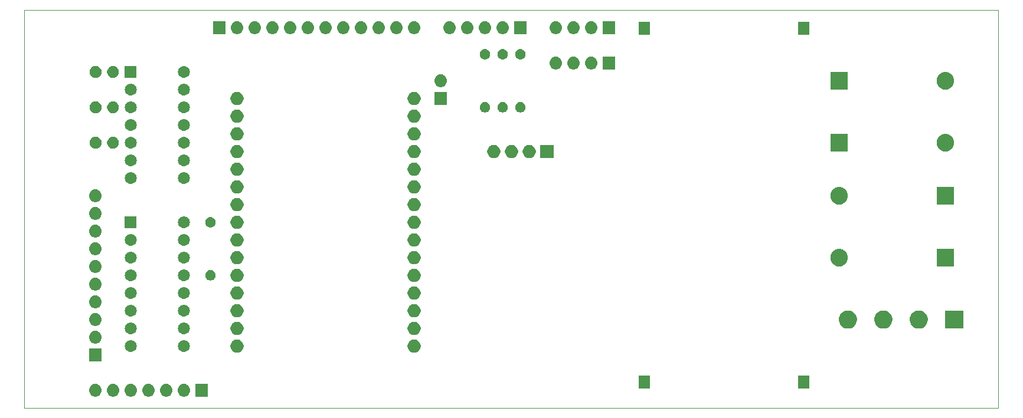
<source format=gbr>
G04 #@! TF.GenerationSoftware,KiCad,Pcbnew,(5.1.4)-1*
G04 #@! TF.CreationDate,2019-10-22T17:15:33+13:00*
G04 #@! TF.ProjectId,SprinklerPCB,53707269-6e6b-46c6-9572-5043422e6b69,rev?*
G04 #@! TF.SameCoordinates,Original*
G04 #@! TF.FileFunction,Soldermask,Top*
G04 #@! TF.FilePolarity,Negative*
%FSLAX46Y46*%
G04 Gerber Fmt 4.6, Leading zero omitted, Abs format (unit mm)*
G04 Created by KiCad (PCBNEW (5.1.4)-1) date 2019-10-22 17:15:33*
%MOMM*%
%LPD*%
G04 APERTURE LIST*
%ADD10C,0.025400*%
%ADD11C,0.100000*%
G04 APERTURE END LIST*
D10*
X44450000Y-66040000D02*
X44450000Y-123190000D01*
X184150000Y-66040000D02*
X44450000Y-66040000D01*
X184150000Y-123190000D02*
X184150000Y-66040000D01*
X44450000Y-123190000D02*
X184150000Y-123190000D01*
D11*
G36*
X70751000Y-121551000D02*
G01*
X68949000Y-121551000D01*
X68949000Y-119749000D01*
X70751000Y-119749000D01*
X70751000Y-121551000D01*
X70751000Y-121551000D01*
G37*
G36*
X67420442Y-119755518D02*
G01*
X67486627Y-119762037D01*
X67656466Y-119813557D01*
X67812991Y-119897222D01*
X67848729Y-119926552D01*
X67950186Y-120009814D01*
X68033448Y-120111271D01*
X68062778Y-120147009D01*
X68146443Y-120303534D01*
X68197963Y-120473373D01*
X68215359Y-120650000D01*
X68197963Y-120826627D01*
X68146443Y-120996466D01*
X68062778Y-121152991D01*
X68033448Y-121188729D01*
X67950186Y-121290186D01*
X67848729Y-121373448D01*
X67812991Y-121402778D01*
X67656466Y-121486443D01*
X67486627Y-121537963D01*
X67420443Y-121544481D01*
X67354260Y-121551000D01*
X67265740Y-121551000D01*
X67199557Y-121544481D01*
X67133373Y-121537963D01*
X66963534Y-121486443D01*
X66807009Y-121402778D01*
X66771271Y-121373448D01*
X66669814Y-121290186D01*
X66586552Y-121188729D01*
X66557222Y-121152991D01*
X66473557Y-120996466D01*
X66422037Y-120826627D01*
X66404641Y-120650000D01*
X66422037Y-120473373D01*
X66473557Y-120303534D01*
X66557222Y-120147009D01*
X66586552Y-120111271D01*
X66669814Y-120009814D01*
X66771271Y-119926552D01*
X66807009Y-119897222D01*
X66963534Y-119813557D01*
X67133373Y-119762037D01*
X67199558Y-119755518D01*
X67265740Y-119749000D01*
X67354260Y-119749000D01*
X67420442Y-119755518D01*
X67420442Y-119755518D01*
G37*
G36*
X54720442Y-119755518D02*
G01*
X54786627Y-119762037D01*
X54956466Y-119813557D01*
X55112991Y-119897222D01*
X55148729Y-119926552D01*
X55250186Y-120009814D01*
X55333448Y-120111271D01*
X55362778Y-120147009D01*
X55446443Y-120303534D01*
X55497963Y-120473373D01*
X55515359Y-120650000D01*
X55497963Y-120826627D01*
X55446443Y-120996466D01*
X55362778Y-121152991D01*
X55333448Y-121188729D01*
X55250186Y-121290186D01*
X55148729Y-121373448D01*
X55112991Y-121402778D01*
X54956466Y-121486443D01*
X54786627Y-121537963D01*
X54720443Y-121544481D01*
X54654260Y-121551000D01*
X54565740Y-121551000D01*
X54499557Y-121544481D01*
X54433373Y-121537963D01*
X54263534Y-121486443D01*
X54107009Y-121402778D01*
X54071271Y-121373448D01*
X53969814Y-121290186D01*
X53886552Y-121188729D01*
X53857222Y-121152991D01*
X53773557Y-120996466D01*
X53722037Y-120826627D01*
X53704641Y-120650000D01*
X53722037Y-120473373D01*
X53773557Y-120303534D01*
X53857222Y-120147009D01*
X53886552Y-120111271D01*
X53969814Y-120009814D01*
X54071271Y-119926552D01*
X54107009Y-119897222D01*
X54263534Y-119813557D01*
X54433373Y-119762037D01*
X54499558Y-119755518D01*
X54565740Y-119749000D01*
X54654260Y-119749000D01*
X54720442Y-119755518D01*
X54720442Y-119755518D01*
G37*
G36*
X57260442Y-119755518D02*
G01*
X57326627Y-119762037D01*
X57496466Y-119813557D01*
X57652991Y-119897222D01*
X57688729Y-119926552D01*
X57790186Y-120009814D01*
X57873448Y-120111271D01*
X57902778Y-120147009D01*
X57986443Y-120303534D01*
X58037963Y-120473373D01*
X58055359Y-120650000D01*
X58037963Y-120826627D01*
X57986443Y-120996466D01*
X57902778Y-121152991D01*
X57873448Y-121188729D01*
X57790186Y-121290186D01*
X57688729Y-121373448D01*
X57652991Y-121402778D01*
X57496466Y-121486443D01*
X57326627Y-121537963D01*
X57260443Y-121544481D01*
X57194260Y-121551000D01*
X57105740Y-121551000D01*
X57039557Y-121544481D01*
X56973373Y-121537963D01*
X56803534Y-121486443D01*
X56647009Y-121402778D01*
X56611271Y-121373448D01*
X56509814Y-121290186D01*
X56426552Y-121188729D01*
X56397222Y-121152991D01*
X56313557Y-120996466D01*
X56262037Y-120826627D01*
X56244641Y-120650000D01*
X56262037Y-120473373D01*
X56313557Y-120303534D01*
X56397222Y-120147009D01*
X56426552Y-120111271D01*
X56509814Y-120009814D01*
X56611271Y-119926552D01*
X56647009Y-119897222D01*
X56803534Y-119813557D01*
X56973373Y-119762037D01*
X57039558Y-119755518D01*
X57105740Y-119749000D01*
X57194260Y-119749000D01*
X57260442Y-119755518D01*
X57260442Y-119755518D01*
G37*
G36*
X62340442Y-119755518D02*
G01*
X62406627Y-119762037D01*
X62576466Y-119813557D01*
X62732991Y-119897222D01*
X62768729Y-119926552D01*
X62870186Y-120009814D01*
X62953448Y-120111271D01*
X62982778Y-120147009D01*
X63066443Y-120303534D01*
X63117963Y-120473373D01*
X63135359Y-120650000D01*
X63117963Y-120826627D01*
X63066443Y-120996466D01*
X62982778Y-121152991D01*
X62953448Y-121188729D01*
X62870186Y-121290186D01*
X62768729Y-121373448D01*
X62732991Y-121402778D01*
X62576466Y-121486443D01*
X62406627Y-121537963D01*
X62340443Y-121544481D01*
X62274260Y-121551000D01*
X62185740Y-121551000D01*
X62119557Y-121544481D01*
X62053373Y-121537963D01*
X61883534Y-121486443D01*
X61727009Y-121402778D01*
X61691271Y-121373448D01*
X61589814Y-121290186D01*
X61506552Y-121188729D01*
X61477222Y-121152991D01*
X61393557Y-120996466D01*
X61342037Y-120826627D01*
X61324641Y-120650000D01*
X61342037Y-120473373D01*
X61393557Y-120303534D01*
X61477222Y-120147009D01*
X61506552Y-120111271D01*
X61589814Y-120009814D01*
X61691271Y-119926552D01*
X61727009Y-119897222D01*
X61883534Y-119813557D01*
X62053373Y-119762037D01*
X62119558Y-119755518D01*
X62185740Y-119749000D01*
X62274260Y-119749000D01*
X62340442Y-119755518D01*
X62340442Y-119755518D01*
G37*
G36*
X59800442Y-119755518D02*
G01*
X59866627Y-119762037D01*
X60036466Y-119813557D01*
X60192991Y-119897222D01*
X60228729Y-119926552D01*
X60330186Y-120009814D01*
X60413448Y-120111271D01*
X60442778Y-120147009D01*
X60526443Y-120303534D01*
X60577963Y-120473373D01*
X60595359Y-120650000D01*
X60577963Y-120826627D01*
X60526443Y-120996466D01*
X60442778Y-121152991D01*
X60413448Y-121188729D01*
X60330186Y-121290186D01*
X60228729Y-121373448D01*
X60192991Y-121402778D01*
X60036466Y-121486443D01*
X59866627Y-121537963D01*
X59800443Y-121544481D01*
X59734260Y-121551000D01*
X59645740Y-121551000D01*
X59579557Y-121544481D01*
X59513373Y-121537963D01*
X59343534Y-121486443D01*
X59187009Y-121402778D01*
X59151271Y-121373448D01*
X59049814Y-121290186D01*
X58966552Y-121188729D01*
X58937222Y-121152991D01*
X58853557Y-120996466D01*
X58802037Y-120826627D01*
X58784641Y-120650000D01*
X58802037Y-120473373D01*
X58853557Y-120303534D01*
X58937222Y-120147009D01*
X58966552Y-120111271D01*
X59049814Y-120009814D01*
X59151271Y-119926552D01*
X59187009Y-119897222D01*
X59343534Y-119813557D01*
X59513373Y-119762037D01*
X59579558Y-119755518D01*
X59645740Y-119749000D01*
X59734260Y-119749000D01*
X59800442Y-119755518D01*
X59800442Y-119755518D01*
G37*
G36*
X64880442Y-119755518D02*
G01*
X64946627Y-119762037D01*
X65116466Y-119813557D01*
X65272991Y-119897222D01*
X65308729Y-119926552D01*
X65410186Y-120009814D01*
X65493448Y-120111271D01*
X65522778Y-120147009D01*
X65606443Y-120303534D01*
X65657963Y-120473373D01*
X65675359Y-120650000D01*
X65657963Y-120826627D01*
X65606443Y-120996466D01*
X65522778Y-121152991D01*
X65493448Y-121188729D01*
X65410186Y-121290186D01*
X65308729Y-121373448D01*
X65272991Y-121402778D01*
X65116466Y-121486443D01*
X64946627Y-121537963D01*
X64880443Y-121544481D01*
X64814260Y-121551000D01*
X64725740Y-121551000D01*
X64659557Y-121544481D01*
X64593373Y-121537963D01*
X64423534Y-121486443D01*
X64267009Y-121402778D01*
X64231271Y-121373448D01*
X64129814Y-121290186D01*
X64046552Y-121188729D01*
X64017222Y-121152991D01*
X63933557Y-120996466D01*
X63882037Y-120826627D01*
X63864641Y-120650000D01*
X63882037Y-120473373D01*
X63933557Y-120303534D01*
X64017222Y-120147009D01*
X64046552Y-120111271D01*
X64129814Y-120009814D01*
X64231271Y-119926552D01*
X64267009Y-119897222D01*
X64423534Y-119813557D01*
X64593373Y-119762037D01*
X64659558Y-119755518D01*
X64725740Y-119749000D01*
X64814260Y-119749000D01*
X64880442Y-119755518D01*
X64880442Y-119755518D01*
G37*
G36*
X157023000Y-120380001D02*
G01*
X155397000Y-120380001D01*
X155397000Y-118500001D01*
X157023000Y-118500001D01*
X157023000Y-120380001D01*
X157023000Y-120380001D01*
G37*
G36*
X134163000Y-120380001D02*
G01*
X132537000Y-120380001D01*
X132537000Y-118500001D01*
X134163000Y-118500001D01*
X134163000Y-120380001D01*
X134163000Y-120380001D01*
G37*
G36*
X55511000Y-116471000D02*
G01*
X53709000Y-116471000D01*
X53709000Y-114669000D01*
X55511000Y-114669000D01*
X55511000Y-116471000D01*
X55511000Y-116471000D01*
G37*
G36*
X100604187Y-113396123D02*
G01*
X100761571Y-113461314D01*
X100775257Y-113466983D01*
X100839599Y-113509975D01*
X100929214Y-113569854D01*
X101060146Y-113700786D01*
X101163018Y-113854745D01*
X101233877Y-114025813D01*
X101270000Y-114207417D01*
X101270000Y-114392583D01*
X101233877Y-114574187D01*
X101194604Y-114669000D01*
X101163017Y-114745257D01*
X101060145Y-114899215D01*
X100929215Y-115030145D01*
X100775257Y-115133017D01*
X100775256Y-115133018D01*
X100775255Y-115133018D01*
X100604187Y-115203877D01*
X100422583Y-115240000D01*
X100237417Y-115240000D01*
X100055813Y-115203877D01*
X99884745Y-115133018D01*
X99884744Y-115133018D01*
X99884743Y-115133017D01*
X99730785Y-115030145D01*
X99599855Y-114899215D01*
X99496983Y-114745257D01*
X99465396Y-114669000D01*
X99426123Y-114574187D01*
X99390000Y-114392583D01*
X99390000Y-114207417D01*
X99426123Y-114025813D01*
X99496982Y-113854745D01*
X99599854Y-113700786D01*
X99730786Y-113569854D01*
X99820401Y-113509975D01*
X99884743Y-113466983D01*
X99898429Y-113461314D01*
X100055813Y-113396123D01*
X100237417Y-113360000D01*
X100422583Y-113360000D01*
X100604187Y-113396123D01*
X100604187Y-113396123D01*
G37*
G36*
X75204187Y-113396123D02*
G01*
X75361571Y-113461314D01*
X75375257Y-113466983D01*
X75439599Y-113509975D01*
X75529214Y-113569854D01*
X75660146Y-113700786D01*
X75763018Y-113854745D01*
X75833877Y-114025813D01*
X75870000Y-114207417D01*
X75870000Y-114392583D01*
X75833877Y-114574187D01*
X75794604Y-114669000D01*
X75763017Y-114745257D01*
X75660145Y-114899215D01*
X75529215Y-115030145D01*
X75375257Y-115133017D01*
X75375256Y-115133018D01*
X75375255Y-115133018D01*
X75204187Y-115203877D01*
X75022583Y-115240000D01*
X74837417Y-115240000D01*
X74655813Y-115203877D01*
X74484745Y-115133018D01*
X74484744Y-115133018D01*
X74484743Y-115133017D01*
X74330785Y-115030145D01*
X74199855Y-114899215D01*
X74096983Y-114745257D01*
X74065396Y-114669000D01*
X74026123Y-114574187D01*
X73990000Y-114392583D01*
X73990000Y-114207417D01*
X74026123Y-114025813D01*
X74096982Y-113854745D01*
X74199854Y-113700786D01*
X74330786Y-113569854D01*
X74420401Y-113509975D01*
X74484743Y-113466983D01*
X74498429Y-113461314D01*
X74655813Y-113396123D01*
X74837417Y-113360000D01*
X75022583Y-113360000D01*
X75204187Y-113396123D01*
X75204187Y-113396123D01*
G37*
G36*
X59856823Y-113461313D02*
G01*
X60017242Y-113509976D01*
X60149906Y-113580886D01*
X60165078Y-113588996D01*
X60294659Y-113695341D01*
X60401004Y-113824922D01*
X60401005Y-113824924D01*
X60480024Y-113972758D01*
X60528687Y-114133177D01*
X60545117Y-114300000D01*
X60528687Y-114466823D01*
X60480024Y-114627242D01*
X60416945Y-114745255D01*
X60401004Y-114775078D01*
X60294659Y-114904659D01*
X60165078Y-115011004D01*
X60165076Y-115011005D01*
X60017242Y-115090024D01*
X59856823Y-115138687D01*
X59731804Y-115151000D01*
X59648196Y-115151000D01*
X59523177Y-115138687D01*
X59362758Y-115090024D01*
X59214924Y-115011005D01*
X59214922Y-115011004D01*
X59085341Y-114904659D01*
X58978996Y-114775078D01*
X58963055Y-114745255D01*
X58899976Y-114627242D01*
X58851313Y-114466823D01*
X58834883Y-114300000D01*
X58851313Y-114133177D01*
X58899976Y-113972758D01*
X58978995Y-113824924D01*
X58978996Y-113824922D01*
X59085341Y-113695341D01*
X59214922Y-113588996D01*
X59230094Y-113580886D01*
X59362758Y-113509976D01*
X59523177Y-113461313D01*
X59648196Y-113449000D01*
X59731804Y-113449000D01*
X59856823Y-113461313D01*
X59856823Y-113461313D01*
G37*
G36*
X67476823Y-113461313D02*
G01*
X67637242Y-113509976D01*
X67769906Y-113580886D01*
X67785078Y-113588996D01*
X67914659Y-113695341D01*
X68021004Y-113824922D01*
X68021005Y-113824924D01*
X68100024Y-113972758D01*
X68148687Y-114133177D01*
X68165117Y-114300000D01*
X68148687Y-114466823D01*
X68100024Y-114627242D01*
X68036945Y-114745255D01*
X68021004Y-114775078D01*
X67914659Y-114904659D01*
X67785078Y-115011004D01*
X67785076Y-115011005D01*
X67637242Y-115090024D01*
X67476823Y-115138687D01*
X67351804Y-115151000D01*
X67268196Y-115151000D01*
X67143177Y-115138687D01*
X66982758Y-115090024D01*
X66834924Y-115011005D01*
X66834922Y-115011004D01*
X66705341Y-114904659D01*
X66598996Y-114775078D01*
X66583055Y-114745255D01*
X66519976Y-114627242D01*
X66471313Y-114466823D01*
X66454883Y-114300000D01*
X66471313Y-114133177D01*
X66519976Y-113972758D01*
X66598995Y-113824924D01*
X66598996Y-113824922D01*
X66705341Y-113695341D01*
X66834922Y-113588996D01*
X66850094Y-113580886D01*
X66982758Y-113509976D01*
X67143177Y-113461313D01*
X67268196Y-113449000D01*
X67351804Y-113449000D01*
X67476823Y-113461313D01*
X67476823Y-113461313D01*
G37*
G36*
X54720443Y-112135519D02*
G01*
X54786627Y-112142037D01*
X54956466Y-112193557D01*
X55112991Y-112277222D01*
X55148729Y-112306552D01*
X55250186Y-112389814D01*
X55332524Y-112490145D01*
X55362778Y-112527009D01*
X55362779Y-112527011D01*
X55435936Y-112663876D01*
X55446443Y-112683534D01*
X55497963Y-112853373D01*
X55515359Y-113030000D01*
X55497963Y-113206627D01*
X55446443Y-113376466D01*
X55446442Y-113376468D01*
X55407672Y-113449000D01*
X55362778Y-113532991D01*
X55333448Y-113568729D01*
X55250186Y-113670186D01*
X55148729Y-113753448D01*
X55112991Y-113782778D01*
X54956466Y-113866443D01*
X54786627Y-113917963D01*
X54720443Y-113924481D01*
X54654260Y-113931000D01*
X54565740Y-113931000D01*
X54499557Y-113924481D01*
X54433373Y-113917963D01*
X54263534Y-113866443D01*
X54107009Y-113782778D01*
X54071271Y-113753448D01*
X53969814Y-113670186D01*
X53886552Y-113568729D01*
X53857222Y-113532991D01*
X53812328Y-113449000D01*
X53773558Y-113376468D01*
X53773557Y-113376466D01*
X53722037Y-113206627D01*
X53704641Y-113030000D01*
X53722037Y-112853373D01*
X53773557Y-112683534D01*
X53784065Y-112663876D01*
X53857221Y-112527011D01*
X53857222Y-112527009D01*
X53887476Y-112490145D01*
X53969814Y-112389814D01*
X54071271Y-112306552D01*
X54107009Y-112277222D01*
X54263534Y-112193557D01*
X54433373Y-112142037D01*
X54499557Y-112135519D01*
X54565740Y-112129000D01*
X54654260Y-112129000D01*
X54720443Y-112135519D01*
X54720443Y-112135519D01*
G37*
G36*
X100604187Y-110856123D02*
G01*
X100761571Y-110921314D01*
X100775257Y-110926983D01*
X100839599Y-110969975D01*
X100929214Y-111029854D01*
X101060146Y-111160786D01*
X101163018Y-111314745D01*
X101233877Y-111485813D01*
X101270000Y-111667417D01*
X101270000Y-111852583D01*
X101233877Y-112034187D01*
X101163018Y-112205255D01*
X101060146Y-112359214D01*
X100929214Y-112490146D01*
X100852758Y-112541232D01*
X100775257Y-112593017D01*
X100775256Y-112593018D01*
X100775255Y-112593018D01*
X100604187Y-112663877D01*
X100422583Y-112700000D01*
X100237417Y-112700000D01*
X100055813Y-112663877D01*
X99884745Y-112593018D01*
X99884744Y-112593018D01*
X99884743Y-112593017D01*
X99807242Y-112541232D01*
X99730786Y-112490146D01*
X99599854Y-112359214D01*
X99496982Y-112205255D01*
X99426123Y-112034187D01*
X99390000Y-111852583D01*
X99390000Y-111667417D01*
X99426123Y-111485813D01*
X99496982Y-111314745D01*
X99599854Y-111160786D01*
X99730786Y-111029854D01*
X99820401Y-110969975D01*
X99884743Y-110926983D01*
X99898429Y-110921314D01*
X100055813Y-110856123D01*
X100237417Y-110820000D01*
X100422583Y-110820000D01*
X100604187Y-110856123D01*
X100604187Y-110856123D01*
G37*
G36*
X75204187Y-110856123D02*
G01*
X75361571Y-110921314D01*
X75375257Y-110926983D01*
X75439599Y-110969975D01*
X75529214Y-111029854D01*
X75660146Y-111160786D01*
X75763018Y-111314745D01*
X75833877Y-111485813D01*
X75870000Y-111667417D01*
X75870000Y-111852583D01*
X75833877Y-112034187D01*
X75763018Y-112205255D01*
X75660146Y-112359214D01*
X75529214Y-112490146D01*
X75452758Y-112541232D01*
X75375257Y-112593017D01*
X75375256Y-112593018D01*
X75375255Y-112593018D01*
X75204187Y-112663877D01*
X75022583Y-112700000D01*
X74837417Y-112700000D01*
X74655813Y-112663877D01*
X74484745Y-112593018D01*
X74484744Y-112593018D01*
X74484743Y-112593017D01*
X74407242Y-112541232D01*
X74330786Y-112490146D01*
X74199854Y-112359214D01*
X74096982Y-112205255D01*
X74026123Y-112034187D01*
X73990000Y-111852583D01*
X73990000Y-111667417D01*
X74026123Y-111485813D01*
X74096982Y-111314745D01*
X74199854Y-111160786D01*
X74330786Y-111029854D01*
X74420401Y-110969975D01*
X74484743Y-110926983D01*
X74498429Y-110921314D01*
X74655813Y-110856123D01*
X74837417Y-110820000D01*
X75022583Y-110820000D01*
X75204187Y-110856123D01*
X75204187Y-110856123D01*
G37*
G36*
X59856823Y-110921313D02*
G01*
X60017242Y-110969976D01*
X60149906Y-111040886D01*
X60165078Y-111048996D01*
X60294659Y-111155341D01*
X60401004Y-111284922D01*
X60401005Y-111284924D01*
X60480024Y-111432758D01*
X60528687Y-111593177D01*
X60545117Y-111760000D01*
X60528687Y-111926823D01*
X60480024Y-112087242D01*
X60450735Y-112142037D01*
X60401004Y-112235078D01*
X60294659Y-112364659D01*
X60165078Y-112471004D01*
X60165076Y-112471005D01*
X60017242Y-112550024D01*
X59856823Y-112598687D01*
X59731804Y-112611000D01*
X59648196Y-112611000D01*
X59523177Y-112598687D01*
X59362758Y-112550024D01*
X59214924Y-112471005D01*
X59214922Y-112471004D01*
X59085341Y-112364659D01*
X58978996Y-112235078D01*
X58929265Y-112142037D01*
X58899976Y-112087242D01*
X58851313Y-111926823D01*
X58834883Y-111760000D01*
X58851313Y-111593177D01*
X58899976Y-111432758D01*
X58978995Y-111284924D01*
X58978996Y-111284922D01*
X59085341Y-111155341D01*
X59214922Y-111048996D01*
X59230094Y-111040886D01*
X59362758Y-110969976D01*
X59523177Y-110921313D01*
X59648196Y-110909000D01*
X59731804Y-110909000D01*
X59856823Y-110921313D01*
X59856823Y-110921313D01*
G37*
G36*
X67476823Y-110921313D02*
G01*
X67637242Y-110969976D01*
X67769906Y-111040886D01*
X67785078Y-111048996D01*
X67914659Y-111155341D01*
X68021004Y-111284922D01*
X68021005Y-111284924D01*
X68100024Y-111432758D01*
X68148687Y-111593177D01*
X68165117Y-111760000D01*
X68148687Y-111926823D01*
X68100024Y-112087242D01*
X68070735Y-112142037D01*
X68021004Y-112235078D01*
X67914659Y-112364659D01*
X67785078Y-112471004D01*
X67785076Y-112471005D01*
X67637242Y-112550024D01*
X67476823Y-112598687D01*
X67351804Y-112611000D01*
X67268196Y-112611000D01*
X67143177Y-112598687D01*
X66982758Y-112550024D01*
X66834924Y-112471005D01*
X66834922Y-112471004D01*
X66705341Y-112364659D01*
X66598996Y-112235078D01*
X66549265Y-112142037D01*
X66519976Y-112087242D01*
X66471313Y-111926823D01*
X66454883Y-111760000D01*
X66471313Y-111593177D01*
X66519976Y-111432758D01*
X66598995Y-111284924D01*
X66598996Y-111284922D01*
X66705341Y-111155341D01*
X66834922Y-111048996D01*
X66850094Y-111040886D01*
X66982758Y-110969976D01*
X67143177Y-110921313D01*
X67268196Y-110909000D01*
X67351804Y-110909000D01*
X67476823Y-110921313D01*
X67476823Y-110921313D01*
G37*
G36*
X168019487Y-109238996D02*
G01*
X168197141Y-109312583D01*
X168256255Y-109337069D01*
X168469339Y-109479447D01*
X168650553Y-109660661D01*
X168776942Y-109849815D01*
X168792932Y-109873747D01*
X168891004Y-110110513D01*
X168941000Y-110361861D01*
X168941000Y-110618139D01*
X168891004Y-110869487D01*
X168792932Y-111106253D01*
X168792931Y-111106255D01*
X168650553Y-111319339D01*
X168469339Y-111500553D01*
X168256255Y-111642931D01*
X168256254Y-111642932D01*
X168256253Y-111642932D01*
X168019487Y-111741004D01*
X167768139Y-111791000D01*
X167511861Y-111791000D01*
X167260513Y-111741004D01*
X167023747Y-111642932D01*
X167023746Y-111642932D01*
X167023745Y-111642931D01*
X166810661Y-111500553D01*
X166629447Y-111319339D01*
X166487069Y-111106255D01*
X166487068Y-111106253D01*
X166388996Y-110869487D01*
X166339000Y-110618139D01*
X166339000Y-110361861D01*
X166388996Y-110110513D01*
X166487068Y-109873747D01*
X166503059Y-109849815D01*
X166629447Y-109660661D01*
X166810661Y-109479447D01*
X167023745Y-109337069D01*
X167082859Y-109312583D01*
X167260513Y-109238996D01*
X167511861Y-109189000D01*
X167768139Y-109189000D01*
X168019487Y-109238996D01*
X168019487Y-109238996D01*
G37*
G36*
X162939487Y-109238996D02*
G01*
X163117141Y-109312583D01*
X163176255Y-109337069D01*
X163389339Y-109479447D01*
X163570553Y-109660661D01*
X163696942Y-109849815D01*
X163712932Y-109873747D01*
X163811004Y-110110513D01*
X163861000Y-110361861D01*
X163861000Y-110618139D01*
X163811004Y-110869487D01*
X163712932Y-111106253D01*
X163712931Y-111106255D01*
X163570553Y-111319339D01*
X163389339Y-111500553D01*
X163176255Y-111642931D01*
X163176254Y-111642932D01*
X163176253Y-111642932D01*
X162939487Y-111741004D01*
X162688139Y-111791000D01*
X162431861Y-111791000D01*
X162180513Y-111741004D01*
X161943747Y-111642932D01*
X161943746Y-111642932D01*
X161943745Y-111642931D01*
X161730661Y-111500553D01*
X161549447Y-111319339D01*
X161407069Y-111106255D01*
X161407068Y-111106253D01*
X161308996Y-110869487D01*
X161259000Y-110618139D01*
X161259000Y-110361861D01*
X161308996Y-110110513D01*
X161407068Y-109873747D01*
X161423059Y-109849815D01*
X161549447Y-109660661D01*
X161730661Y-109479447D01*
X161943745Y-109337069D01*
X162002859Y-109312583D01*
X162180513Y-109238996D01*
X162431861Y-109189000D01*
X162688139Y-109189000D01*
X162939487Y-109238996D01*
X162939487Y-109238996D01*
G37*
G36*
X173099487Y-109238996D02*
G01*
X173277141Y-109312583D01*
X173336255Y-109337069D01*
X173549339Y-109479447D01*
X173730553Y-109660661D01*
X173856942Y-109849815D01*
X173872932Y-109873747D01*
X173971004Y-110110513D01*
X174021000Y-110361861D01*
X174021000Y-110618139D01*
X173971004Y-110869487D01*
X173872932Y-111106253D01*
X173872931Y-111106255D01*
X173730553Y-111319339D01*
X173549339Y-111500553D01*
X173336255Y-111642931D01*
X173336254Y-111642932D01*
X173336253Y-111642932D01*
X173099487Y-111741004D01*
X172848139Y-111791000D01*
X172591861Y-111791000D01*
X172340513Y-111741004D01*
X172103747Y-111642932D01*
X172103746Y-111642932D01*
X172103745Y-111642931D01*
X171890661Y-111500553D01*
X171709447Y-111319339D01*
X171567069Y-111106255D01*
X171567068Y-111106253D01*
X171468996Y-110869487D01*
X171419000Y-110618139D01*
X171419000Y-110361861D01*
X171468996Y-110110513D01*
X171567068Y-109873747D01*
X171583059Y-109849815D01*
X171709447Y-109660661D01*
X171890661Y-109479447D01*
X172103745Y-109337069D01*
X172162859Y-109312583D01*
X172340513Y-109238996D01*
X172591861Y-109189000D01*
X172848139Y-109189000D01*
X173099487Y-109238996D01*
X173099487Y-109238996D01*
G37*
G36*
X179101000Y-111791000D02*
G01*
X176499000Y-111791000D01*
X176499000Y-109189000D01*
X179101000Y-109189000D01*
X179101000Y-111791000D01*
X179101000Y-111791000D01*
G37*
G36*
X54720442Y-109595518D02*
G01*
X54786627Y-109602037D01*
X54956466Y-109653557D01*
X55112991Y-109737222D01*
X55148729Y-109766552D01*
X55250186Y-109849814D01*
X55332524Y-109950145D01*
X55362778Y-109987009D01*
X55362779Y-109987011D01*
X55435936Y-110123876D01*
X55446443Y-110143534D01*
X55497963Y-110313373D01*
X55515359Y-110490000D01*
X55497963Y-110666627D01*
X55446443Y-110836466D01*
X55446442Y-110836468D01*
X55428793Y-110869487D01*
X55362778Y-110992991D01*
X55333448Y-111028729D01*
X55250186Y-111130186D01*
X55148729Y-111213448D01*
X55112991Y-111242778D01*
X54956466Y-111326443D01*
X54786627Y-111377963D01*
X54720443Y-111384481D01*
X54654260Y-111391000D01*
X54565740Y-111391000D01*
X54499557Y-111384481D01*
X54433373Y-111377963D01*
X54263534Y-111326443D01*
X54107009Y-111242778D01*
X54071271Y-111213448D01*
X53969814Y-111130186D01*
X53886552Y-111028729D01*
X53857222Y-110992991D01*
X53791207Y-110869487D01*
X53773558Y-110836468D01*
X53773557Y-110836466D01*
X53722037Y-110666627D01*
X53704641Y-110490000D01*
X53722037Y-110313373D01*
X53773557Y-110143534D01*
X53784065Y-110123876D01*
X53857221Y-109987011D01*
X53857222Y-109987009D01*
X53887476Y-109950145D01*
X53969814Y-109849814D01*
X54071271Y-109766552D01*
X54107009Y-109737222D01*
X54263534Y-109653557D01*
X54433373Y-109602037D01*
X54499558Y-109595518D01*
X54565740Y-109589000D01*
X54654260Y-109589000D01*
X54720442Y-109595518D01*
X54720442Y-109595518D01*
G37*
G36*
X75204187Y-108316123D02*
G01*
X75361571Y-108381314D01*
X75375257Y-108386983D01*
X75439599Y-108429975D01*
X75529214Y-108489854D01*
X75660146Y-108620786D01*
X75763018Y-108774745D01*
X75833877Y-108945813D01*
X75870000Y-109127417D01*
X75870000Y-109312583D01*
X75833877Y-109494187D01*
X75763018Y-109665255D01*
X75660146Y-109819214D01*
X75529214Y-109950146D01*
X75452758Y-110001232D01*
X75375257Y-110053017D01*
X75375256Y-110053018D01*
X75375255Y-110053018D01*
X75204187Y-110123877D01*
X75022583Y-110160000D01*
X74837417Y-110160000D01*
X74655813Y-110123877D01*
X74484745Y-110053018D01*
X74484744Y-110053018D01*
X74484743Y-110053017D01*
X74407242Y-110001232D01*
X74330786Y-109950146D01*
X74199854Y-109819214D01*
X74096982Y-109665255D01*
X74026123Y-109494187D01*
X73990000Y-109312583D01*
X73990000Y-109127417D01*
X74026123Y-108945813D01*
X74096982Y-108774745D01*
X74199854Y-108620786D01*
X74330786Y-108489854D01*
X74420401Y-108429975D01*
X74484743Y-108386983D01*
X74498429Y-108381314D01*
X74655813Y-108316123D01*
X74837417Y-108280000D01*
X75022583Y-108280000D01*
X75204187Y-108316123D01*
X75204187Y-108316123D01*
G37*
G36*
X100604187Y-108316123D02*
G01*
X100761571Y-108381314D01*
X100775257Y-108386983D01*
X100839599Y-108429975D01*
X100929214Y-108489854D01*
X101060146Y-108620786D01*
X101163018Y-108774745D01*
X101233877Y-108945813D01*
X101270000Y-109127417D01*
X101270000Y-109312583D01*
X101233877Y-109494187D01*
X101163018Y-109665255D01*
X101060146Y-109819214D01*
X100929214Y-109950146D01*
X100852758Y-110001232D01*
X100775257Y-110053017D01*
X100775256Y-110053018D01*
X100775255Y-110053018D01*
X100604187Y-110123877D01*
X100422583Y-110160000D01*
X100237417Y-110160000D01*
X100055813Y-110123877D01*
X99884745Y-110053018D01*
X99884744Y-110053018D01*
X99884743Y-110053017D01*
X99807242Y-110001232D01*
X99730786Y-109950146D01*
X99599854Y-109819214D01*
X99496982Y-109665255D01*
X99426123Y-109494187D01*
X99390000Y-109312583D01*
X99390000Y-109127417D01*
X99426123Y-108945813D01*
X99496982Y-108774745D01*
X99599854Y-108620786D01*
X99730786Y-108489854D01*
X99820401Y-108429975D01*
X99884743Y-108386983D01*
X99898429Y-108381314D01*
X100055813Y-108316123D01*
X100237417Y-108280000D01*
X100422583Y-108280000D01*
X100604187Y-108316123D01*
X100604187Y-108316123D01*
G37*
G36*
X59856823Y-108381313D02*
G01*
X60017242Y-108429976D01*
X60149906Y-108500886D01*
X60165078Y-108508996D01*
X60294659Y-108615341D01*
X60401004Y-108744922D01*
X60401005Y-108744924D01*
X60480024Y-108892758D01*
X60528687Y-109053177D01*
X60545117Y-109220000D01*
X60528687Y-109386823D01*
X60480024Y-109547242D01*
X60450735Y-109602037D01*
X60401004Y-109695078D01*
X60294659Y-109824659D01*
X60165078Y-109931004D01*
X60165076Y-109931005D01*
X60017242Y-110010024D01*
X59856823Y-110058687D01*
X59731804Y-110071000D01*
X59648196Y-110071000D01*
X59523177Y-110058687D01*
X59362758Y-110010024D01*
X59214924Y-109931005D01*
X59214922Y-109931004D01*
X59085341Y-109824659D01*
X58978996Y-109695078D01*
X58929265Y-109602037D01*
X58899976Y-109547242D01*
X58851313Y-109386823D01*
X58834883Y-109220000D01*
X58851313Y-109053177D01*
X58899976Y-108892758D01*
X58978995Y-108744924D01*
X58978996Y-108744922D01*
X59085341Y-108615341D01*
X59214922Y-108508996D01*
X59230094Y-108500886D01*
X59362758Y-108429976D01*
X59523177Y-108381313D01*
X59648196Y-108369000D01*
X59731804Y-108369000D01*
X59856823Y-108381313D01*
X59856823Y-108381313D01*
G37*
G36*
X67476823Y-108381313D02*
G01*
X67637242Y-108429976D01*
X67769906Y-108500886D01*
X67785078Y-108508996D01*
X67914659Y-108615341D01*
X68021004Y-108744922D01*
X68021005Y-108744924D01*
X68100024Y-108892758D01*
X68148687Y-109053177D01*
X68165117Y-109220000D01*
X68148687Y-109386823D01*
X68100024Y-109547242D01*
X68070735Y-109602037D01*
X68021004Y-109695078D01*
X67914659Y-109824659D01*
X67785078Y-109931004D01*
X67785076Y-109931005D01*
X67637242Y-110010024D01*
X67476823Y-110058687D01*
X67351804Y-110071000D01*
X67268196Y-110071000D01*
X67143177Y-110058687D01*
X66982758Y-110010024D01*
X66834924Y-109931005D01*
X66834922Y-109931004D01*
X66705341Y-109824659D01*
X66598996Y-109695078D01*
X66549265Y-109602037D01*
X66519976Y-109547242D01*
X66471313Y-109386823D01*
X66454883Y-109220000D01*
X66471313Y-109053177D01*
X66519976Y-108892758D01*
X66598995Y-108744924D01*
X66598996Y-108744922D01*
X66705341Y-108615341D01*
X66834922Y-108508996D01*
X66850094Y-108500886D01*
X66982758Y-108429976D01*
X67143177Y-108381313D01*
X67268196Y-108369000D01*
X67351804Y-108369000D01*
X67476823Y-108381313D01*
X67476823Y-108381313D01*
G37*
G36*
X54720442Y-107055518D02*
G01*
X54786627Y-107062037D01*
X54956466Y-107113557D01*
X55112991Y-107197222D01*
X55148729Y-107226552D01*
X55250186Y-107309814D01*
X55332524Y-107410145D01*
X55362778Y-107447009D01*
X55362779Y-107447011D01*
X55435936Y-107583876D01*
X55446443Y-107603534D01*
X55497963Y-107773373D01*
X55515359Y-107950000D01*
X55497963Y-108126627D01*
X55446443Y-108296466D01*
X55446442Y-108296468D01*
X55407672Y-108369000D01*
X55362778Y-108452991D01*
X55333448Y-108488729D01*
X55250186Y-108590186D01*
X55148729Y-108673448D01*
X55112991Y-108702778D01*
X54956466Y-108786443D01*
X54786627Y-108837963D01*
X54720442Y-108844482D01*
X54654260Y-108851000D01*
X54565740Y-108851000D01*
X54499558Y-108844482D01*
X54433373Y-108837963D01*
X54263534Y-108786443D01*
X54107009Y-108702778D01*
X54071271Y-108673448D01*
X53969814Y-108590186D01*
X53886552Y-108488729D01*
X53857222Y-108452991D01*
X53812328Y-108369000D01*
X53773558Y-108296468D01*
X53773557Y-108296466D01*
X53722037Y-108126627D01*
X53704641Y-107950000D01*
X53722037Y-107773373D01*
X53773557Y-107603534D01*
X53784065Y-107583876D01*
X53857221Y-107447011D01*
X53857222Y-107447009D01*
X53887476Y-107410145D01*
X53969814Y-107309814D01*
X54071271Y-107226552D01*
X54107009Y-107197222D01*
X54263534Y-107113557D01*
X54433373Y-107062037D01*
X54499558Y-107055518D01*
X54565740Y-107049000D01*
X54654260Y-107049000D01*
X54720442Y-107055518D01*
X54720442Y-107055518D01*
G37*
G36*
X100604187Y-105776123D02*
G01*
X100761571Y-105841314D01*
X100775257Y-105846983D01*
X100839599Y-105889975D01*
X100929214Y-105949854D01*
X101060146Y-106080786D01*
X101163018Y-106234745D01*
X101233877Y-106405813D01*
X101270000Y-106587417D01*
X101270000Y-106772583D01*
X101233877Y-106954187D01*
X101163018Y-107125255D01*
X101060146Y-107279214D01*
X100929214Y-107410146D01*
X100852758Y-107461232D01*
X100775257Y-107513017D01*
X100775256Y-107513018D01*
X100775255Y-107513018D01*
X100604187Y-107583877D01*
X100422583Y-107620000D01*
X100237417Y-107620000D01*
X100055813Y-107583877D01*
X99884745Y-107513018D01*
X99884744Y-107513018D01*
X99884743Y-107513017D01*
X99807242Y-107461232D01*
X99730786Y-107410146D01*
X99599854Y-107279214D01*
X99496982Y-107125255D01*
X99426123Y-106954187D01*
X99390000Y-106772583D01*
X99390000Y-106587417D01*
X99426123Y-106405813D01*
X99496982Y-106234745D01*
X99599854Y-106080786D01*
X99730786Y-105949854D01*
X99820401Y-105889975D01*
X99884743Y-105846983D01*
X99898429Y-105841314D01*
X100055813Y-105776123D01*
X100237417Y-105740000D01*
X100422583Y-105740000D01*
X100604187Y-105776123D01*
X100604187Y-105776123D01*
G37*
G36*
X75204187Y-105776123D02*
G01*
X75361571Y-105841314D01*
X75375257Y-105846983D01*
X75439599Y-105889975D01*
X75529214Y-105949854D01*
X75660146Y-106080786D01*
X75763018Y-106234745D01*
X75833877Y-106405813D01*
X75870000Y-106587417D01*
X75870000Y-106772583D01*
X75833877Y-106954187D01*
X75763018Y-107125255D01*
X75660146Y-107279214D01*
X75529214Y-107410146D01*
X75452758Y-107461232D01*
X75375257Y-107513017D01*
X75375256Y-107513018D01*
X75375255Y-107513018D01*
X75204187Y-107583877D01*
X75022583Y-107620000D01*
X74837417Y-107620000D01*
X74655813Y-107583877D01*
X74484745Y-107513018D01*
X74484744Y-107513018D01*
X74484743Y-107513017D01*
X74407242Y-107461232D01*
X74330786Y-107410146D01*
X74199854Y-107279214D01*
X74096982Y-107125255D01*
X74026123Y-106954187D01*
X73990000Y-106772583D01*
X73990000Y-106587417D01*
X74026123Y-106405813D01*
X74096982Y-106234745D01*
X74199854Y-106080786D01*
X74330786Y-105949854D01*
X74420401Y-105889975D01*
X74484743Y-105846983D01*
X74498429Y-105841314D01*
X74655813Y-105776123D01*
X74837417Y-105740000D01*
X75022583Y-105740000D01*
X75204187Y-105776123D01*
X75204187Y-105776123D01*
G37*
G36*
X59856823Y-105841313D02*
G01*
X60017242Y-105889976D01*
X60149906Y-105960886D01*
X60165078Y-105968996D01*
X60294659Y-106075341D01*
X60401004Y-106204922D01*
X60401005Y-106204924D01*
X60480024Y-106352758D01*
X60528687Y-106513177D01*
X60545117Y-106680000D01*
X60528687Y-106846823D01*
X60480024Y-107007242D01*
X60450735Y-107062037D01*
X60401004Y-107155078D01*
X60294659Y-107284659D01*
X60165078Y-107391004D01*
X60165076Y-107391005D01*
X60017242Y-107470024D01*
X59856823Y-107518687D01*
X59731804Y-107531000D01*
X59648196Y-107531000D01*
X59523177Y-107518687D01*
X59362758Y-107470024D01*
X59214924Y-107391005D01*
X59214922Y-107391004D01*
X59085341Y-107284659D01*
X58978996Y-107155078D01*
X58929265Y-107062037D01*
X58899976Y-107007242D01*
X58851313Y-106846823D01*
X58834883Y-106680000D01*
X58851313Y-106513177D01*
X58899976Y-106352758D01*
X58978995Y-106204924D01*
X58978996Y-106204922D01*
X59085341Y-106075341D01*
X59214922Y-105968996D01*
X59230094Y-105960886D01*
X59362758Y-105889976D01*
X59523177Y-105841313D01*
X59648196Y-105829000D01*
X59731804Y-105829000D01*
X59856823Y-105841313D01*
X59856823Y-105841313D01*
G37*
G36*
X67476823Y-105841313D02*
G01*
X67637242Y-105889976D01*
X67769906Y-105960886D01*
X67785078Y-105968996D01*
X67914659Y-106075341D01*
X68021004Y-106204922D01*
X68021005Y-106204924D01*
X68100024Y-106352758D01*
X68148687Y-106513177D01*
X68165117Y-106680000D01*
X68148687Y-106846823D01*
X68100024Y-107007242D01*
X68070735Y-107062037D01*
X68021004Y-107155078D01*
X67914659Y-107284659D01*
X67785078Y-107391004D01*
X67785076Y-107391005D01*
X67637242Y-107470024D01*
X67476823Y-107518687D01*
X67351804Y-107531000D01*
X67268196Y-107531000D01*
X67143177Y-107518687D01*
X66982758Y-107470024D01*
X66834924Y-107391005D01*
X66834922Y-107391004D01*
X66705341Y-107284659D01*
X66598996Y-107155078D01*
X66549265Y-107062037D01*
X66519976Y-107007242D01*
X66471313Y-106846823D01*
X66454883Y-106680000D01*
X66471313Y-106513177D01*
X66519976Y-106352758D01*
X66598995Y-106204924D01*
X66598996Y-106204922D01*
X66705341Y-106075341D01*
X66834922Y-105968996D01*
X66850094Y-105960886D01*
X66982758Y-105889976D01*
X67143177Y-105841313D01*
X67268196Y-105829000D01*
X67351804Y-105829000D01*
X67476823Y-105841313D01*
X67476823Y-105841313D01*
G37*
G36*
X54720443Y-104515519D02*
G01*
X54786627Y-104522037D01*
X54956466Y-104573557D01*
X55112991Y-104657222D01*
X55148729Y-104686552D01*
X55250186Y-104769814D01*
X55325955Y-104862140D01*
X55362778Y-104907009D01*
X55362779Y-104907011D01*
X55435936Y-105043876D01*
X55446443Y-105063534D01*
X55497963Y-105233373D01*
X55515359Y-105410000D01*
X55497963Y-105586627D01*
X55446443Y-105756466D01*
X55446442Y-105756468D01*
X55407672Y-105829000D01*
X55362778Y-105912991D01*
X55333448Y-105948729D01*
X55250186Y-106050186D01*
X55148729Y-106133448D01*
X55112991Y-106162778D01*
X54956466Y-106246443D01*
X54786627Y-106297963D01*
X54720442Y-106304482D01*
X54654260Y-106311000D01*
X54565740Y-106311000D01*
X54499558Y-106304482D01*
X54433373Y-106297963D01*
X54263534Y-106246443D01*
X54107009Y-106162778D01*
X54071271Y-106133448D01*
X53969814Y-106050186D01*
X53886552Y-105948729D01*
X53857222Y-105912991D01*
X53812328Y-105829000D01*
X53773558Y-105756468D01*
X53773557Y-105756466D01*
X53722037Y-105586627D01*
X53704641Y-105410000D01*
X53722037Y-105233373D01*
X53773557Y-105063534D01*
X53784065Y-105043876D01*
X53857221Y-104907011D01*
X53857222Y-104907009D01*
X53894045Y-104862140D01*
X53969814Y-104769814D01*
X54071271Y-104686552D01*
X54107009Y-104657222D01*
X54263534Y-104573557D01*
X54433373Y-104522037D01*
X54499557Y-104515519D01*
X54565740Y-104509000D01*
X54654260Y-104509000D01*
X54720443Y-104515519D01*
X54720443Y-104515519D01*
G37*
G36*
X100604187Y-103236123D02*
G01*
X100761571Y-103301314D01*
X100775257Y-103306983D01*
X100839599Y-103349975D01*
X100929214Y-103409854D01*
X101060146Y-103540786D01*
X101111232Y-103617242D01*
X101140648Y-103661265D01*
X101163018Y-103694745D01*
X101233877Y-103865813D01*
X101270000Y-104047417D01*
X101270000Y-104232583D01*
X101233877Y-104414187D01*
X101194604Y-104509000D01*
X101163017Y-104585257D01*
X101114932Y-104657221D01*
X101060146Y-104739214D01*
X100929214Y-104870146D01*
X100852758Y-104921232D01*
X100775257Y-104973017D01*
X100775256Y-104973018D01*
X100775255Y-104973018D01*
X100604187Y-105043877D01*
X100422583Y-105080000D01*
X100237417Y-105080000D01*
X100055813Y-105043877D01*
X99884745Y-104973018D01*
X99884744Y-104973018D01*
X99884743Y-104973017D01*
X99807242Y-104921232D01*
X99730786Y-104870146D01*
X99599854Y-104739214D01*
X99545068Y-104657221D01*
X99496983Y-104585257D01*
X99465396Y-104509000D01*
X99426123Y-104414187D01*
X99390000Y-104232583D01*
X99390000Y-104047417D01*
X99426123Y-103865813D01*
X99496982Y-103694745D01*
X99519353Y-103661265D01*
X99548768Y-103617242D01*
X99599854Y-103540786D01*
X99730786Y-103409854D01*
X99820401Y-103349975D01*
X99884743Y-103306983D01*
X99898429Y-103301314D01*
X100055813Y-103236123D01*
X100237417Y-103200000D01*
X100422583Y-103200000D01*
X100604187Y-103236123D01*
X100604187Y-103236123D01*
G37*
G36*
X75204187Y-103236123D02*
G01*
X75361571Y-103301314D01*
X75375257Y-103306983D01*
X75439599Y-103349975D01*
X75529214Y-103409854D01*
X75660146Y-103540786D01*
X75711232Y-103617242D01*
X75740648Y-103661265D01*
X75763018Y-103694745D01*
X75833877Y-103865813D01*
X75870000Y-104047417D01*
X75870000Y-104232583D01*
X75833877Y-104414187D01*
X75794604Y-104509000D01*
X75763017Y-104585257D01*
X75714932Y-104657221D01*
X75660146Y-104739214D01*
X75529214Y-104870146D01*
X75452758Y-104921232D01*
X75375257Y-104973017D01*
X75375256Y-104973018D01*
X75375255Y-104973018D01*
X75204187Y-105043877D01*
X75022583Y-105080000D01*
X74837417Y-105080000D01*
X74655813Y-105043877D01*
X74484745Y-104973018D01*
X74484744Y-104973018D01*
X74484743Y-104973017D01*
X74407242Y-104921232D01*
X74330786Y-104870146D01*
X74199854Y-104739214D01*
X74145068Y-104657221D01*
X74096983Y-104585257D01*
X74065396Y-104509000D01*
X74026123Y-104414187D01*
X73990000Y-104232583D01*
X73990000Y-104047417D01*
X74026123Y-103865813D01*
X74096982Y-103694745D01*
X74119353Y-103661265D01*
X74148768Y-103617242D01*
X74199854Y-103540786D01*
X74330786Y-103409854D01*
X74420401Y-103349975D01*
X74484743Y-103306983D01*
X74498429Y-103301314D01*
X74655813Y-103236123D01*
X74837417Y-103200000D01*
X75022583Y-103200000D01*
X75204187Y-103236123D01*
X75204187Y-103236123D01*
G37*
G36*
X59856823Y-103301313D02*
G01*
X60017242Y-103349976D01*
X60144244Y-103417860D01*
X60165078Y-103428996D01*
X60294659Y-103535341D01*
X60401004Y-103664922D01*
X60401005Y-103664924D01*
X60480024Y-103812758D01*
X60528687Y-103973177D01*
X60545117Y-104140000D01*
X60528687Y-104306823D01*
X60480024Y-104467242D01*
X60450735Y-104522037D01*
X60401004Y-104615078D01*
X60294659Y-104744659D01*
X60165078Y-104851004D01*
X60165076Y-104851005D01*
X60017242Y-104930024D01*
X59856823Y-104978687D01*
X59731804Y-104991000D01*
X59648196Y-104991000D01*
X59523177Y-104978687D01*
X59362758Y-104930024D01*
X59214924Y-104851005D01*
X59214922Y-104851004D01*
X59085341Y-104744659D01*
X58978996Y-104615078D01*
X58929265Y-104522037D01*
X58899976Y-104467242D01*
X58851313Y-104306823D01*
X58834883Y-104140000D01*
X58851313Y-103973177D01*
X58899976Y-103812758D01*
X58978995Y-103664924D01*
X58978996Y-103664922D01*
X59085341Y-103535341D01*
X59214922Y-103428996D01*
X59235756Y-103417860D01*
X59362758Y-103349976D01*
X59523177Y-103301313D01*
X59648196Y-103289000D01*
X59731804Y-103289000D01*
X59856823Y-103301313D01*
X59856823Y-103301313D01*
G37*
G36*
X67476823Y-103301313D02*
G01*
X67637242Y-103349976D01*
X67764244Y-103417860D01*
X67785078Y-103428996D01*
X67914659Y-103535341D01*
X68021004Y-103664922D01*
X68021005Y-103664924D01*
X68100024Y-103812758D01*
X68148687Y-103973177D01*
X68165117Y-104140000D01*
X68148687Y-104306823D01*
X68100024Y-104467242D01*
X68070735Y-104522037D01*
X68021004Y-104615078D01*
X67914659Y-104744659D01*
X67785078Y-104851004D01*
X67785076Y-104851005D01*
X67637242Y-104930024D01*
X67476823Y-104978687D01*
X67351804Y-104991000D01*
X67268196Y-104991000D01*
X67143177Y-104978687D01*
X66982758Y-104930024D01*
X66834924Y-104851005D01*
X66834922Y-104851004D01*
X66705341Y-104744659D01*
X66598996Y-104615078D01*
X66549265Y-104522037D01*
X66519976Y-104467242D01*
X66471313Y-104306823D01*
X66454883Y-104140000D01*
X66471313Y-103973177D01*
X66519976Y-103812758D01*
X66598995Y-103664924D01*
X66598996Y-103664922D01*
X66705341Y-103535341D01*
X66834922Y-103428996D01*
X66855756Y-103417860D01*
X66982758Y-103349976D01*
X67143177Y-103301313D01*
X67268196Y-103289000D01*
X67351804Y-103289000D01*
X67476823Y-103301313D01*
X67476823Y-103301313D01*
G37*
G36*
X71339059Y-103417860D02*
G01*
X71475732Y-103474472D01*
X71598735Y-103556660D01*
X71703340Y-103661265D01*
X71785528Y-103784268D01*
X71842140Y-103920941D01*
X71871000Y-104066033D01*
X71871000Y-104213967D01*
X71842140Y-104359059D01*
X71785528Y-104495732D01*
X71703340Y-104618735D01*
X71598735Y-104723340D01*
X71475732Y-104805528D01*
X71475731Y-104805529D01*
X71475730Y-104805529D01*
X71339059Y-104862140D01*
X71193968Y-104891000D01*
X71046032Y-104891000D01*
X70900941Y-104862140D01*
X70764270Y-104805529D01*
X70764269Y-104805529D01*
X70764268Y-104805528D01*
X70641265Y-104723340D01*
X70536660Y-104618735D01*
X70454472Y-104495732D01*
X70397860Y-104359059D01*
X70369000Y-104213967D01*
X70369000Y-104066033D01*
X70397860Y-103920941D01*
X70454472Y-103784268D01*
X70536660Y-103661265D01*
X70641265Y-103556660D01*
X70764268Y-103474472D01*
X70900941Y-103417860D01*
X71046032Y-103389000D01*
X71193968Y-103389000D01*
X71339059Y-103417860D01*
X71339059Y-103417860D01*
G37*
G36*
X54720442Y-101975518D02*
G01*
X54786627Y-101982037D01*
X54956466Y-102033557D01*
X55112991Y-102117222D01*
X55148729Y-102146552D01*
X55250186Y-102229814D01*
X55332524Y-102330145D01*
X55362778Y-102367009D01*
X55362779Y-102367011D01*
X55435936Y-102503876D01*
X55446443Y-102523534D01*
X55497963Y-102693373D01*
X55515359Y-102870000D01*
X55497963Y-103046627D01*
X55446443Y-103216466D01*
X55446442Y-103216468D01*
X55407672Y-103289000D01*
X55362778Y-103372991D01*
X55333448Y-103408729D01*
X55250186Y-103510186D01*
X55148729Y-103593448D01*
X55112991Y-103622778D01*
X54956466Y-103706443D01*
X54786627Y-103757963D01*
X54720443Y-103764481D01*
X54654260Y-103771000D01*
X54565740Y-103771000D01*
X54499557Y-103764481D01*
X54433373Y-103757963D01*
X54263534Y-103706443D01*
X54107009Y-103622778D01*
X54071271Y-103593448D01*
X53969814Y-103510186D01*
X53886552Y-103408729D01*
X53857222Y-103372991D01*
X53812328Y-103289000D01*
X53773558Y-103216468D01*
X53773557Y-103216466D01*
X53722037Y-103046627D01*
X53704641Y-102870000D01*
X53722037Y-102693373D01*
X53773557Y-102523534D01*
X53784065Y-102503876D01*
X53857221Y-102367011D01*
X53857222Y-102367009D01*
X53887476Y-102330145D01*
X53969814Y-102229814D01*
X54071271Y-102146552D01*
X54107009Y-102117222D01*
X54263534Y-102033557D01*
X54433373Y-101982037D01*
X54499558Y-101975518D01*
X54565740Y-101969000D01*
X54654260Y-101969000D01*
X54720442Y-101975518D01*
X54720442Y-101975518D01*
G37*
G36*
X177781000Y-102851000D02*
G01*
X175279000Y-102851000D01*
X175279000Y-100349000D01*
X177781000Y-100349000D01*
X177781000Y-102851000D01*
X177781000Y-102851000D01*
G37*
G36*
X161535239Y-100367101D02*
G01*
X161771053Y-100438634D01*
X161988381Y-100554799D01*
X162178871Y-100711129D01*
X162335201Y-100901619D01*
X162451366Y-101118947D01*
X162522899Y-101354761D01*
X162547053Y-101600000D01*
X162522899Y-101845239D01*
X162451366Y-102081053D01*
X162335201Y-102298381D01*
X162178871Y-102488871D01*
X161988381Y-102645201D01*
X161771053Y-102761366D01*
X161535239Y-102832899D01*
X161351457Y-102851000D01*
X161228543Y-102851000D01*
X161044761Y-102832899D01*
X160808947Y-102761366D01*
X160591619Y-102645201D01*
X160401129Y-102488871D01*
X160244799Y-102298381D01*
X160128634Y-102081053D01*
X160057101Y-101845239D01*
X160032947Y-101600000D01*
X160057101Y-101354761D01*
X160128634Y-101118947D01*
X160244799Y-100901619D01*
X160401129Y-100711129D01*
X160591619Y-100554799D01*
X160808947Y-100438634D01*
X161044761Y-100367101D01*
X161228543Y-100349000D01*
X161351457Y-100349000D01*
X161535239Y-100367101D01*
X161535239Y-100367101D01*
G37*
G36*
X100604187Y-100696123D02*
G01*
X100761571Y-100761314D01*
X100775257Y-100766983D01*
X100839599Y-100809975D01*
X100929214Y-100869854D01*
X101060146Y-101000786D01*
X101163018Y-101154745D01*
X101233877Y-101325813D01*
X101270000Y-101507417D01*
X101270000Y-101692583D01*
X101233877Y-101874187D01*
X101163018Y-102045255D01*
X101060146Y-102199214D01*
X100929214Y-102330146D01*
X100852758Y-102381232D01*
X100775257Y-102433017D01*
X100775256Y-102433018D01*
X100775255Y-102433018D01*
X100604187Y-102503877D01*
X100422583Y-102540000D01*
X100237417Y-102540000D01*
X100055813Y-102503877D01*
X99884745Y-102433018D01*
X99884744Y-102433018D01*
X99884743Y-102433017D01*
X99807242Y-102381232D01*
X99730786Y-102330146D01*
X99599854Y-102199214D01*
X99496982Y-102045255D01*
X99426123Y-101874187D01*
X99390000Y-101692583D01*
X99390000Y-101507417D01*
X99426123Y-101325813D01*
X99496982Y-101154745D01*
X99599854Y-101000786D01*
X99730786Y-100869854D01*
X99820401Y-100809975D01*
X99884743Y-100766983D01*
X99898429Y-100761314D01*
X100055813Y-100696123D01*
X100237417Y-100660000D01*
X100422583Y-100660000D01*
X100604187Y-100696123D01*
X100604187Y-100696123D01*
G37*
G36*
X75204187Y-100696123D02*
G01*
X75361571Y-100761314D01*
X75375257Y-100766983D01*
X75439599Y-100809975D01*
X75529214Y-100869854D01*
X75660146Y-101000786D01*
X75763018Y-101154745D01*
X75833877Y-101325813D01*
X75870000Y-101507417D01*
X75870000Y-101692583D01*
X75833877Y-101874187D01*
X75763018Y-102045255D01*
X75660146Y-102199214D01*
X75529214Y-102330146D01*
X75452758Y-102381232D01*
X75375257Y-102433017D01*
X75375256Y-102433018D01*
X75375255Y-102433018D01*
X75204187Y-102503877D01*
X75022583Y-102540000D01*
X74837417Y-102540000D01*
X74655813Y-102503877D01*
X74484745Y-102433018D01*
X74484744Y-102433018D01*
X74484743Y-102433017D01*
X74407242Y-102381232D01*
X74330786Y-102330146D01*
X74199854Y-102199214D01*
X74096982Y-102045255D01*
X74026123Y-101874187D01*
X73990000Y-101692583D01*
X73990000Y-101507417D01*
X74026123Y-101325813D01*
X74096982Y-101154745D01*
X74199854Y-101000786D01*
X74330786Y-100869854D01*
X74420401Y-100809975D01*
X74484743Y-100766983D01*
X74498429Y-100761314D01*
X74655813Y-100696123D01*
X74837417Y-100660000D01*
X75022583Y-100660000D01*
X75204187Y-100696123D01*
X75204187Y-100696123D01*
G37*
G36*
X67476823Y-100761313D02*
G01*
X67637242Y-100809976D01*
X67769906Y-100880886D01*
X67785078Y-100888996D01*
X67914659Y-100995341D01*
X68021004Y-101124922D01*
X68021005Y-101124924D01*
X68100024Y-101272758D01*
X68148687Y-101433177D01*
X68165117Y-101600000D01*
X68148687Y-101766823D01*
X68100024Y-101927242D01*
X68070735Y-101982037D01*
X68021004Y-102075078D01*
X67914659Y-102204659D01*
X67785078Y-102311004D01*
X67785076Y-102311005D01*
X67637242Y-102390024D01*
X67476823Y-102438687D01*
X67351804Y-102451000D01*
X67268196Y-102451000D01*
X67143177Y-102438687D01*
X66982758Y-102390024D01*
X66834924Y-102311005D01*
X66834922Y-102311004D01*
X66705341Y-102204659D01*
X66598996Y-102075078D01*
X66549265Y-101982037D01*
X66519976Y-101927242D01*
X66471313Y-101766823D01*
X66454883Y-101600000D01*
X66471313Y-101433177D01*
X66519976Y-101272758D01*
X66598995Y-101124924D01*
X66598996Y-101124922D01*
X66705341Y-100995341D01*
X66834922Y-100888996D01*
X66850094Y-100880886D01*
X66982758Y-100809976D01*
X67143177Y-100761313D01*
X67268196Y-100749000D01*
X67351804Y-100749000D01*
X67476823Y-100761313D01*
X67476823Y-100761313D01*
G37*
G36*
X59856823Y-100761313D02*
G01*
X60017242Y-100809976D01*
X60149906Y-100880886D01*
X60165078Y-100888996D01*
X60294659Y-100995341D01*
X60401004Y-101124922D01*
X60401005Y-101124924D01*
X60480024Y-101272758D01*
X60528687Y-101433177D01*
X60545117Y-101600000D01*
X60528687Y-101766823D01*
X60480024Y-101927242D01*
X60450735Y-101982037D01*
X60401004Y-102075078D01*
X60294659Y-102204659D01*
X60165078Y-102311004D01*
X60165076Y-102311005D01*
X60017242Y-102390024D01*
X59856823Y-102438687D01*
X59731804Y-102451000D01*
X59648196Y-102451000D01*
X59523177Y-102438687D01*
X59362758Y-102390024D01*
X59214924Y-102311005D01*
X59214922Y-102311004D01*
X59085341Y-102204659D01*
X58978996Y-102075078D01*
X58929265Y-101982037D01*
X58899976Y-101927242D01*
X58851313Y-101766823D01*
X58834883Y-101600000D01*
X58851313Y-101433177D01*
X58899976Y-101272758D01*
X58978995Y-101124924D01*
X58978996Y-101124922D01*
X59085341Y-100995341D01*
X59214922Y-100888996D01*
X59230094Y-100880886D01*
X59362758Y-100809976D01*
X59523177Y-100761313D01*
X59648196Y-100749000D01*
X59731804Y-100749000D01*
X59856823Y-100761313D01*
X59856823Y-100761313D01*
G37*
G36*
X54720443Y-99435519D02*
G01*
X54786627Y-99442037D01*
X54956466Y-99493557D01*
X55112991Y-99577222D01*
X55148729Y-99606552D01*
X55250186Y-99689814D01*
X55332524Y-99790145D01*
X55362778Y-99827009D01*
X55362779Y-99827011D01*
X55435936Y-99963876D01*
X55446443Y-99983534D01*
X55497963Y-100153373D01*
X55515359Y-100330000D01*
X55497963Y-100506627D01*
X55446443Y-100676466D01*
X55446442Y-100676468D01*
X55427915Y-100711129D01*
X55362778Y-100832991D01*
X55333448Y-100868729D01*
X55250186Y-100970186D01*
X55148729Y-101053448D01*
X55112991Y-101082778D01*
X54956466Y-101166443D01*
X54786627Y-101217963D01*
X54720443Y-101224481D01*
X54654260Y-101231000D01*
X54565740Y-101231000D01*
X54499558Y-101224482D01*
X54433373Y-101217963D01*
X54263534Y-101166443D01*
X54107009Y-101082778D01*
X54071271Y-101053448D01*
X53969814Y-100970186D01*
X53886552Y-100868729D01*
X53857222Y-100832991D01*
X53792085Y-100711129D01*
X53773558Y-100676468D01*
X53773557Y-100676466D01*
X53722037Y-100506627D01*
X53704641Y-100330000D01*
X53722037Y-100153373D01*
X53773557Y-99983534D01*
X53784065Y-99963876D01*
X53857221Y-99827011D01*
X53857222Y-99827009D01*
X53887476Y-99790145D01*
X53969814Y-99689814D01*
X54071271Y-99606552D01*
X54107009Y-99577222D01*
X54263534Y-99493557D01*
X54433373Y-99442037D01*
X54499557Y-99435519D01*
X54565740Y-99429000D01*
X54654260Y-99429000D01*
X54720443Y-99435519D01*
X54720443Y-99435519D01*
G37*
G36*
X100604187Y-98156123D02*
G01*
X100761571Y-98221314D01*
X100775257Y-98226983D01*
X100839599Y-98269975D01*
X100929214Y-98329854D01*
X101060146Y-98460786D01*
X101163018Y-98614745D01*
X101233877Y-98785813D01*
X101270000Y-98967417D01*
X101270000Y-99152583D01*
X101233877Y-99334187D01*
X101163018Y-99505255D01*
X101060146Y-99659214D01*
X100929214Y-99790146D01*
X100852758Y-99841232D01*
X100775257Y-99893017D01*
X100775256Y-99893018D01*
X100775255Y-99893018D01*
X100604187Y-99963877D01*
X100422583Y-100000000D01*
X100237417Y-100000000D01*
X100055813Y-99963877D01*
X99884745Y-99893018D01*
X99884744Y-99893018D01*
X99884743Y-99893017D01*
X99807242Y-99841232D01*
X99730786Y-99790146D01*
X99599854Y-99659214D01*
X99496982Y-99505255D01*
X99426123Y-99334187D01*
X99390000Y-99152583D01*
X99390000Y-98967417D01*
X99426123Y-98785813D01*
X99496982Y-98614745D01*
X99599854Y-98460786D01*
X99730786Y-98329854D01*
X99820401Y-98269975D01*
X99884743Y-98226983D01*
X99898429Y-98221314D01*
X100055813Y-98156123D01*
X100237417Y-98120000D01*
X100422583Y-98120000D01*
X100604187Y-98156123D01*
X100604187Y-98156123D01*
G37*
G36*
X75204187Y-98156123D02*
G01*
X75361571Y-98221314D01*
X75375257Y-98226983D01*
X75439599Y-98269975D01*
X75529214Y-98329854D01*
X75660146Y-98460786D01*
X75763018Y-98614745D01*
X75833877Y-98785813D01*
X75870000Y-98967417D01*
X75870000Y-99152583D01*
X75833877Y-99334187D01*
X75763018Y-99505255D01*
X75660146Y-99659214D01*
X75529214Y-99790146D01*
X75452758Y-99841232D01*
X75375257Y-99893017D01*
X75375256Y-99893018D01*
X75375255Y-99893018D01*
X75204187Y-99963877D01*
X75022583Y-100000000D01*
X74837417Y-100000000D01*
X74655813Y-99963877D01*
X74484745Y-99893018D01*
X74484744Y-99893018D01*
X74484743Y-99893017D01*
X74407242Y-99841232D01*
X74330786Y-99790146D01*
X74199854Y-99659214D01*
X74096982Y-99505255D01*
X74026123Y-99334187D01*
X73990000Y-99152583D01*
X73990000Y-98967417D01*
X74026123Y-98785813D01*
X74096982Y-98614745D01*
X74199854Y-98460786D01*
X74330786Y-98329854D01*
X74420401Y-98269975D01*
X74484743Y-98226983D01*
X74498429Y-98221314D01*
X74655813Y-98156123D01*
X74837417Y-98120000D01*
X75022583Y-98120000D01*
X75204187Y-98156123D01*
X75204187Y-98156123D01*
G37*
G36*
X59856823Y-98221313D02*
G01*
X60017242Y-98269976D01*
X60149906Y-98340886D01*
X60165078Y-98348996D01*
X60294659Y-98455341D01*
X60401004Y-98584922D01*
X60401005Y-98584924D01*
X60480024Y-98732758D01*
X60528687Y-98893177D01*
X60545117Y-99060000D01*
X60528687Y-99226823D01*
X60480024Y-99387242D01*
X60450735Y-99442037D01*
X60401004Y-99535078D01*
X60294659Y-99664659D01*
X60165078Y-99771004D01*
X60165076Y-99771005D01*
X60017242Y-99850024D01*
X59856823Y-99898687D01*
X59731804Y-99911000D01*
X59648196Y-99911000D01*
X59523177Y-99898687D01*
X59362758Y-99850024D01*
X59214924Y-99771005D01*
X59214922Y-99771004D01*
X59085341Y-99664659D01*
X58978996Y-99535078D01*
X58929265Y-99442037D01*
X58899976Y-99387242D01*
X58851313Y-99226823D01*
X58834883Y-99060000D01*
X58851313Y-98893177D01*
X58899976Y-98732758D01*
X58978995Y-98584924D01*
X58978996Y-98584922D01*
X59085341Y-98455341D01*
X59214922Y-98348996D01*
X59230094Y-98340886D01*
X59362758Y-98269976D01*
X59523177Y-98221313D01*
X59648196Y-98209000D01*
X59731804Y-98209000D01*
X59856823Y-98221313D01*
X59856823Y-98221313D01*
G37*
G36*
X67476823Y-98221313D02*
G01*
X67637242Y-98269976D01*
X67769906Y-98340886D01*
X67785078Y-98348996D01*
X67914659Y-98455341D01*
X68021004Y-98584922D01*
X68021005Y-98584924D01*
X68100024Y-98732758D01*
X68148687Y-98893177D01*
X68165117Y-99060000D01*
X68148687Y-99226823D01*
X68100024Y-99387242D01*
X68070735Y-99442037D01*
X68021004Y-99535078D01*
X67914659Y-99664659D01*
X67785078Y-99771004D01*
X67785076Y-99771005D01*
X67637242Y-99850024D01*
X67476823Y-99898687D01*
X67351804Y-99911000D01*
X67268196Y-99911000D01*
X67143177Y-99898687D01*
X66982758Y-99850024D01*
X66834924Y-99771005D01*
X66834922Y-99771004D01*
X66705341Y-99664659D01*
X66598996Y-99535078D01*
X66549265Y-99442037D01*
X66519976Y-99387242D01*
X66471313Y-99226823D01*
X66454883Y-99060000D01*
X66471313Y-98893177D01*
X66519976Y-98732758D01*
X66598995Y-98584924D01*
X66598996Y-98584922D01*
X66705341Y-98455341D01*
X66834922Y-98348996D01*
X66850094Y-98340886D01*
X66982758Y-98269976D01*
X67143177Y-98221313D01*
X67268196Y-98209000D01*
X67351804Y-98209000D01*
X67476823Y-98221313D01*
X67476823Y-98221313D01*
G37*
G36*
X54720442Y-96895518D02*
G01*
X54786627Y-96902037D01*
X54956466Y-96953557D01*
X55112991Y-97037222D01*
X55132956Y-97053607D01*
X55250186Y-97149814D01*
X55332524Y-97250145D01*
X55362778Y-97287009D01*
X55362779Y-97287011D01*
X55435936Y-97423876D01*
X55446443Y-97443534D01*
X55497963Y-97613373D01*
X55515359Y-97790000D01*
X55497963Y-97966627D01*
X55446443Y-98136466D01*
X55446442Y-98136468D01*
X55407672Y-98209000D01*
X55362778Y-98292991D01*
X55333448Y-98328729D01*
X55250186Y-98430186D01*
X55148729Y-98513448D01*
X55112991Y-98542778D01*
X54956466Y-98626443D01*
X54786627Y-98677963D01*
X54720442Y-98684482D01*
X54654260Y-98691000D01*
X54565740Y-98691000D01*
X54499558Y-98684482D01*
X54433373Y-98677963D01*
X54263534Y-98626443D01*
X54107009Y-98542778D01*
X54071271Y-98513448D01*
X53969814Y-98430186D01*
X53886552Y-98328729D01*
X53857222Y-98292991D01*
X53812328Y-98209000D01*
X53773558Y-98136468D01*
X53773557Y-98136466D01*
X53722037Y-97966627D01*
X53704641Y-97790000D01*
X53722037Y-97613373D01*
X53773557Y-97443534D01*
X53784065Y-97423876D01*
X53857221Y-97287011D01*
X53857222Y-97287009D01*
X53887476Y-97250145D01*
X53969814Y-97149814D01*
X54087044Y-97053607D01*
X54107009Y-97037222D01*
X54263534Y-96953557D01*
X54433373Y-96902037D01*
X54499558Y-96895518D01*
X54565740Y-96889000D01*
X54654260Y-96889000D01*
X54720442Y-96895518D01*
X54720442Y-96895518D01*
G37*
G36*
X75204187Y-95616123D02*
G01*
X75361571Y-95681314D01*
X75375257Y-95686983D01*
X75439599Y-95729975D01*
X75529214Y-95789854D01*
X75660146Y-95920786D01*
X75763018Y-96074745D01*
X75833877Y-96245813D01*
X75870000Y-96427417D01*
X75870000Y-96612583D01*
X75833877Y-96794187D01*
X75763018Y-96965255D01*
X75660146Y-97119214D01*
X75529214Y-97250146D01*
X75452758Y-97301232D01*
X75375257Y-97353017D01*
X75375256Y-97353018D01*
X75375255Y-97353018D01*
X75204187Y-97423877D01*
X75022583Y-97460000D01*
X74837417Y-97460000D01*
X74655813Y-97423877D01*
X74484745Y-97353018D01*
X74484744Y-97353018D01*
X74484743Y-97353017D01*
X74407242Y-97301232D01*
X74330786Y-97250146D01*
X74199854Y-97119214D01*
X74096982Y-96965255D01*
X74026123Y-96794187D01*
X73990000Y-96612583D01*
X73990000Y-96427417D01*
X74026123Y-96245813D01*
X74096982Y-96074745D01*
X74199854Y-95920786D01*
X74330786Y-95789854D01*
X74420401Y-95729975D01*
X74484743Y-95686983D01*
X74498429Y-95681314D01*
X74655813Y-95616123D01*
X74837417Y-95580000D01*
X75022583Y-95580000D01*
X75204187Y-95616123D01*
X75204187Y-95616123D01*
G37*
G36*
X100604187Y-95616123D02*
G01*
X100761571Y-95681314D01*
X100775257Y-95686983D01*
X100839599Y-95729975D01*
X100929214Y-95789854D01*
X101060146Y-95920786D01*
X101163018Y-96074745D01*
X101233877Y-96245813D01*
X101270000Y-96427417D01*
X101270000Y-96612583D01*
X101233877Y-96794187D01*
X101163018Y-96965255D01*
X101060146Y-97119214D01*
X100929214Y-97250146D01*
X100852758Y-97301232D01*
X100775257Y-97353017D01*
X100775256Y-97353018D01*
X100775255Y-97353018D01*
X100604187Y-97423877D01*
X100422583Y-97460000D01*
X100237417Y-97460000D01*
X100055813Y-97423877D01*
X99884745Y-97353018D01*
X99884744Y-97353018D01*
X99884743Y-97353017D01*
X99807242Y-97301232D01*
X99730786Y-97250146D01*
X99599854Y-97119214D01*
X99496982Y-96965255D01*
X99426123Y-96794187D01*
X99390000Y-96612583D01*
X99390000Y-96427417D01*
X99426123Y-96245813D01*
X99496982Y-96074745D01*
X99599854Y-95920786D01*
X99730786Y-95789854D01*
X99820401Y-95729975D01*
X99884743Y-95686983D01*
X99898429Y-95681314D01*
X100055813Y-95616123D01*
X100237417Y-95580000D01*
X100422583Y-95580000D01*
X100604187Y-95616123D01*
X100604187Y-95616123D01*
G37*
G36*
X67476823Y-95681313D02*
G01*
X67637242Y-95729976D01*
X67769906Y-95800886D01*
X67785078Y-95808996D01*
X67914659Y-95915341D01*
X68021004Y-96044922D01*
X68021005Y-96044924D01*
X68100024Y-96192758D01*
X68148687Y-96353177D01*
X68165117Y-96520000D01*
X68148687Y-96686823D01*
X68100024Y-96847242D01*
X68043197Y-96953557D01*
X68021004Y-96995078D01*
X67914659Y-97124659D01*
X67785078Y-97231004D01*
X67785076Y-97231005D01*
X67637242Y-97310024D01*
X67476823Y-97358687D01*
X67351804Y-97371000D01*
X67268196Y-97371000D01*
X67143177Y-97358687D01*
X66982758Y-97310024D01*
X66834924Y-97231005D01*
X66834922Y-97231004D01*
X66705341Y-97124659D01*
X66598996Y-96995078D01*
X66576803Y-96953557D01*
X66519976Y-96847242D01*
X66471313Y-96686823D01*
X66454883Y-96520000D01*
X66471313Y-96353177D01*
X66519976Y-96192758D01*
X66598995Y-96044924D01*
X66598996Y-96044922D01*
X66705341Y-95915341D01*
X66834922Y-95808996D01*
X66850094Y-95800886D01*
X66982758Y-95729976D01*
X67143177Y-95681313D01*
X67268196Y-95669000D01*
X67351804Y-95669000D01*
X67476823Y-95681313D01*
X67476823Y-95681313D01*
G37*
G36*
X60541000Y-97371000D02*
G01*
X58839000Y-97371000D01*
X58839000Y-95669000D01*
X60541000Y-95669000D01*
X60541000Y-97371000D01*
X60541000Y-97371000D01*
G37*
G36*
X71193665Y-95772622D02*
G01*
X71267222Y-95779867D01*
X71408786Y-95822810D01*
X71539252Y-95892546D01*
X71567028Y-95915341D01*
X71653607Y-95986393D01*
X71723008Y-96070960D01*
X71747454Y-96100748D01*
X71817190Y-96231214D01*
X71860133Y-96372778D01*
X71874633Y-96520000D01*
X71860133Y-96667222D01*
X71817190Y-96808786D01*
X71747454Y-96939252D01*
X71735714Y-96953557D01*
X71653607Y-97053607D01*
X71573663Y-97119214D01*
X71539252Y-97147454D01*
X71408786Y-97217190D01*
X71267222Y-97260133D01*
X71193665Y-97267378D01*
X71156888Y-97271000D01*
X71083112Y-97271000D01*
X71046335Y-97267378D01*
X70972778Y-97260133D01*
X70831214Y-97217190D01*
X70700748Y-97147454D01*
X70666337Y-97119214D01*
X70586393Y-97053607D01*
X70504286Y-96953557D01*
X70492546Y-96939252D01*
X70422810Y-96808786D01*
X70379867Y-96667222D01*
X70365367Y-96520000D01*
X70379867Y-96372778D01*
X70422810Y-96231214D01*
X70492546Y-96100748D01*
X70516992Y-96070960D01*
X70586393Y-95986393D01*
X70672972Y-95915341D01*
X70700748Y-95892546D01*
X70831214Y-95822810D01*
X70972778Y-95779867D01*
X71046335Y-95772622D01*
X71083112Y-95769000D01*
X71156888Y-95769000D01*
X71193665Y-95772622D01*
X71193665Y-95772622D01*
G37*
G36*
X54720442Y-94355518D02*
G01*
X54786627Y-94362037D01*
X54956466Y-94413557D01*
X55112991Y-94497222D01*
X55148729Y-94526552D01*
X55250186Y-94609814D01*
X55332524Y-94710145D01*
X55362778Y-94747009D01*
X55362779Y-94747011D01*
X55435936Y-94883876D01*
X55446443Y-94903534D01*
X55497963Y-95073373D01*
X55515359Y-95250000D01*
X55497963Y-95426627D01*
X55446443Y-95596466D01*
X55446442Y-95596468D01*
X55407672Y-95669000D01*
X55362778Y-95752991D01*
X55340721Y-95779867D01*
X55250186Y-95890186D01*
X55148729Y-95973448D01*
X55112991Y-96002778D01*
X54956466Y-96086443D01*
X54786627Y-96137963D01*
X54720442Y-96144482D01*
X54654260Y-96151000D01*
X54565740Y-96151000D01*
X54499558Y-96144482D01*
X54433373Y-96137963D01*
X54263534Y-96086443D01*
X54107009Y-96002778D01*
X54071271Y-95973448D01*
X53969814Y-95890186D01*
X53879279Y-95779867D01*
X53857222Y-95752991D01*
X53812328Y-95669000D01*
X53773558Y-95596468D01*
X53773557Y-95596466D01*
X53722037Y-95426627D01*
X53704641Y-95250000D01*
X53722037Y-95073373D01*
X53773557Y-94903534D01*
X53784065Y-94883876D01*
X53857221Y-94747011D01*
X53857222Y-94747009D01*
X53887476Y-94710145D01*
X53969814Y-94609814D01*
X54071271Y-94526552D01*
X54107009Y-94497222D01*
X54263534Y-94413557D01*
X54433373Y-94362037D01*
X54499558Y-94355518D01*
X54565740Y-94349000D01*
X54654260Y-94349000D01*
X54720442Y-94355518D01*
X54720442Y-94355518D01*
G37*
G36*
X100604187Y-93076123D02*
G01*
X100775255Y-93146982D01*
X100775257Y-93146983D01*
X100852758Y-93198768D01*
X100929214Y-93249854D01*
X101060146Y-93380786D01*
X101163018Y-93534745D01*
X101233877Y-93705813D01*
X101270000Y-93887417D01*
X101270000Y-94072583D01*
X101233877Y-94254187D01*
X101163018Y-94425255D01*
X101060146Y-94579214D01*
X100929214Y-94710146D01*
X100852758Y-94761232D01*
X100775257Y-94813017D01*
X100775256Y-94813018D01*
X100775255Y-94813018D01*
X100604187Y-94883877D01*
X100422583Y-94920000D01*
X100237417Y-94920000D01*
X100055813Y-94883877D01*
X99884745Y-94813018D01*
X99884744Y-94813018D01*
X99884743Y-94813017D01*
X99807242Y-94761232D01*
X99730786Y-94710146D01*
X99599854Y-94579214D01*
X99496982Y-94425255D01*
X99426123Y-94254187D01*
X99390000Y-94072583D01*
X99390000Y-93887417D01*
X99426123Y-93705813D01*
X99496982Y-93534745D01*
X99599854Y-93380786D01*
X99730786Y-93249854D01*
X99807242Y-93198768D01*
X99884743Y-93146983D01*
X99884745Y-93146982D01*
X100055813Y-93076123D01*
X100237417Y-93040000D01*
X100422583Y-93040000D01*
X100604187Y-93076123D01*
X100604187Y-93076123D01*
G37*
G36*
X75204187Y-93076123D02*
G01*
X75375255Y-93146982D01*
X75375257Y-93146983D01*
X75452758Y-93198768D01*
X75529214Y-93249854D01*
X75660146Y-93380786D01*
X75763018Y-93534745D01*
X75833877Y-93705813D01*
X75870000Y-93887417D01*
X75870000Y-94072583D01*
X75833877Y-94254187D01*
X75763018Y-94425255D01*
X75660146Y-94579214D01*
X75529214Y-94710146D01*
X75452758Y-94761232D01*
X75375257Y-94813017D01*
X75375256Y-94813018D01*
X75375255Y-94813018D01*
X75204187Y-94883877D01*
X75022583Y-94920000D01*
X74837417Y-94920000D01*
X74655813Y-94883877D01*
X74484745Y-94813018D01*
X74484744Y-94813018D01*
X74484743Y-94813017D01*
X74407242Y-94761232D01*
X74330786Y-94710146D01*
X74199854Y-94579214D01*
X74096982Y-94425255D01*
X74026123Y-94254187D01*
X73990000Y-94072583D01*
X73990000Y-93887417D01*
X74026123Y-93705813D01*
X74096982Y-93534745D01*
X74199854Y-93380786D01*
X74330786Y-93249854D01*
X74407242Y-93198768D01*
X74484743Y-93146983D01*
X74484745Y-93146982D01*
X74655813Y-93076123D01*
X74837417Y-93040000D01*
X75022583Y-93040000D01*
X75204187Y-93076123D01*
X75204187Y-93076123D01*
G37*
G36*
X177781000Y-93961000D02*
G01*
X175279000Y-93961000D01*
X175279000Y-91459000D01*
X177781000Y-91459000D01*
X177781000Y-93961000D01*
X177781000Y-93961000D01*
G37*
G36*
X161535239Y-91477101D02*
G01*
X161771053Y-91548634D01*
X161988381Y-91664799D01*
X162178871Y-91821129D01*
X162335201Y-92011619D01*
X162451366Y-92228947D01*
X162522899Y-92464761D01*
X162547053Y-92710000D01*
X162522899Y-92955239D01*
X162451366Y-93191053D01*
X162335201Y-93408381D01*
X162178871Y-93598871D01*
X161988381Y-93755201D01*
X161771053Y-93871366D01*
X161535239Y-93942899D01*
X161351457Y-93961000D01*
X161228543Y-93961000D01*
X161044761Y-93942899D01*
X160808947Y-93871366D01*
X160591619Y-93755201D01*
X160401129Y-93598871D01*
X160244799Y-93408381D01*
X160128634Y-93191053D01*
X160057101Y-92955239D01*
X160032947Y-92710000D01*
X160057101Y-92464761D01*
X160128634Y-92228947D01*
X160244799Y-92011619D01*
X160401129Y-91821129D01*
X160591619Y-91664799D01*
X160808947Y-91548634D01*
X161044761Y-91477101D01*
X161228543Y-91459000D01*
X161351457Y-91459000D01*
X161535239Y-91477101D01*
X161535239Y-91477101D01*
G37*
G36*
X54720442Y-91815518D02*
G01*
X54786627Y-91822037D01*
X54956466Y-91873557D01*
X55112991Y-91957222D01*
X55148729Y-91986552D01*
X55250186Y-92069814D01*
X55332524Y-92170145D01*
X55362778Y-92207009D01*
X55362779Y-92207011D01*
X55435936Y-92343876D01*
X55446443Y-92363534D01*
X55497963Y-92533373D01*
X55515359Y-92710000D01*
X55497963Y-92886627D01*
X55446443Y-93056466D01*
X55446442Y-93056468D01*
X55404610Y-93134729D01*
X55362778Y-93212991D01*
X55333448Y-93248729D01*
X55250186Y-93350186D01*
X55148729Y-93433448D01*
X55112991Y-93462778D01*
X54956466Y-93546443D01*
X54786627Y-93597963D01*
X54720443Y-93604481D01*
X54654260Y-93611000D01*
X54565740Y-93611000D01*
X54499557Y-93604481D01*
X54433373Y-93597963D01*
X54263534Y-93546443D01*
X54107009Y-93462778D01*
X54071271Y-93433448D01*
X53969814Y-93350186D01*
X53886552Y-93248729D01*
X53857222Y-93212991D01*
X53815390Y-93134729D01*
X53773558Y-93056468D01*
X53773557Y-93056466D01*
X53722037Y-92886627D01*
X53704641Y-92710000D01*
X53722037Y-92533373D01*
X53773557Y-92363534D01*
X53784065Y-92343876D01*
X53857221Y-92207011D01*
X53857222Y-92207009D01*
X53887476Y-92170145D01*
X53969814Y-92069814D01*
X54071271Y-91986552D01*
X54107009Y-91957222D01*
X54263534Y-91873557D01*
X54433373Y-91822037D01*
X54499558Y-91815518D01*
X54565740Y-91809000D01*
X54654260Y-91809000D01*
X54720442Y-91815518D01*
X54720442Y-91815518D01*
G37*
G36*
X75204187Y-90536123D02*
G01*
X75375255Y-90606982D01*
X75375257Y-90606983D01*
X75432267Y-90645076D01*
X75529214Y-90709854D01*
X75660146Y-90840786D01*
X75763018Y-90994745D01*
X75833877Y-91165813D01*
X75870000Y-91347417D01*
X75870000Y-91532583D01*
X75833877Y-91714187D01*
X75763018Y-91885255D01*
X75660146Y-92039214D01*
X75529214Y-92170146D01*
X75452758Y-92221232D01*
X75375257Y-92273017D01*
X75375256Y-92273018D01*
X75375255Y-92273018D01*
X75204187Y-92343877D01*
X75022583Y-92380000D01*
X74837417Y-92380000D01*
X74655813Y-92343877D01*
X74484745Y-92273018D01*
X74484744Y-92273018D01*
X74484743Y-92273017D01*
X74407242Y-92221232D01*
X74330786Y-92170146D01*
X74199854Y-92039214D01*
X74096982Y-91885255D01*
X74026123Y-91714187D01*
X73990000Y-91532583D01*
X73990000Y-91347417D01*
X74026123Y-91165813D01*
X74096982Y-90994745D01*
X74199854Y-90840786D01*
X74330786Y-90709854D01*
X74427733Y-90645076D01*
X74484743Y-90606983D01*
X74484745Y-90606982D01*
X74655813Y-90536123D01*
X74837417Y-90500000D01*
X75022583Y-90500000D01*
X75204187Y-90536123D01*
X75204187Y-90536123D01*
G37*
G36*
X100604187Y-90536123D02*
G01*
X100775255Y-90606982D01*
X100775257Y-90606983D01*
X100832267Y-90645076D01*
X100929214Y-90709854D01*
X101060146Y-90840786D01*
X101163018Y-90994745D01*
X101233877Y-91165813D01*
X101270000Y-91347417D01*
X101270000Y-91532583D01*
X101233877Y-91714187D01*
X101163018Y-91885255D01*
X101060146Y-92039214D01*
X100929214Y-92170146D01*
X100852758Y-92221232D01*
X100775257Y-92273017D01*
X100775256Y-92273018D01*
X100775255Y-92273018D01*
X100604187Y-92343877D01*
X100422583Y-92380000D01*
X100237417Y-92380000D01*
X100055813Y-92343877D01*
X99884745Y-92273018D01*
X99884744Y-92273018D01*
X99884743Y-92273017D01*
X99807242Y-92221232D01*
X99730786Y-92170146D01*
X99599854Y-92039214D01*
X99496982Y-91885255D01*
X99426123Y-91714187D01*
X99390000Y-91532583D01*
X99390000Y-91347417D01*
X99426123Y-91165813D01*
X99496982Y-90994745D01*
X99599854Y-90840786D01*
X99730786Y-90709854D01*
X99827733Y-90645076D01*
X99884743Y-90606983D01*
X99884745Y-90606982D01*
X100055813Y-90536123D01*
X100237417Y-90500000D01*
X100422583Y-90500000D01*
X100604187Y-90536123D01*
X100604187Y-90536123D01*
G37*
G36*
X67476823Y-89331313D02*
G01*
X67637242Y-89379976D01*
X67769906Y-89450886D01*
X67785078Y-89458996D01*
X67914659Y-89565341D01*
X68021004Y-89694922D01*
X68021005Y-89694924D01*
X68100024Y-89842758D01*
X68148687Y-90003177D01*
X68165117Y-90170000D01*
X68148687Y-90336823D01*
X68100024Y-90497242D01*
X68079241Y-90536124D01*
X68021004Y-90645078D01*
X67914659Y-90774659D01*
X67785078Y-90881004D01*
X67785076Y-90881005D01*
X67637242Y-90960024D01*
X67476823Y-91008687D01*
X67351804Y-91021000D01*
X67268196Y-91021000D01*
X67143177Y-91008687D01*
X66982758Y-90960024D01*
X66834924Y-90881005D01*
X66834922Y-90881004D01*
X66705341Y-90774659D01*
X66598996Y-90645078D01*
X66540759Y-90536124D01*
X66519976Y-90497242D01*
X66471313Y-90336823D01*
X66454883Y-90170000D01*
X66471313Y-90003177D01*
X66519976Y-89842758D01*
X66598995Y-89694924D01*
X66598996Y-89694922D01*
X66705341Y-89565341D01*
X66834922Y-89458996D01*
X66850094Y-89450886D01*
X66982758Y-89379976D01*
X67143177Y-89331313D01*
X67268196Y-89319000D01*
X67351804Y-89319000D01*
X67476823Y-89331313D01*
X67476823Y-89331313D01*
G37*
G36*
X59856823Y-89331313D02*
G01*
X60017242Y-89379976D01*
X60149906Y-89450886D01*
X60165078Y-89458996D01*
X60294659Y-89565341D01*
X60401004Y-89694922D01*
X60401005Y-89694924D01*
X60480024Y-89842758D01*
X60528687Y-90003177D01*
X60545117Y-90170000D01*
X60528687Y-90336823D01*
X60480024Y-90497242D01*
X60459241Y-90536124D01*
X60401004Y-90645078D01*
X60294659Y-90774659D01*
X60165078Y-90881004D01*
X60165076Y-90881005D01*
X60017242Y-90960024D01*
X59856823Y-91008687D01*
X59731804Y-91021000D01*
X59648196Y-91021000D01*
X59523177Y-91008687D01*
X59362758Y-90960024D01*
X59214924Y-90881005D01*
X59214922Y-90881004D01*
X59085341Y-90774659D01*
X58978996Y-90645078D01*
X58920759Y-90536124D01*
X58899976Y-90497242D01*
X58851313Y-90336823D01*
X58834883Y-90170000D01*
X58851313Y-90003177D01*
X58899976Y-89842758D01*
X58978995Y-89694924D01*
X58978996Y-89694922D01*
X59085341Y-89565341D01*
X59214922Y-89458996D01*
X59230094Y-89450886D01*
X59362758Y-89379976D01*
X59523177Y-89331313D01*
X59648196Y-89319000D01*
X59731804Y-89319000D01*
X59856823Y-89331313D01*
X59856823Y-89331313D01*
G37*
G36*
X100604187Y-87996123D02*
G01*
X100775255Y-88066982D01*
X100775257Y-88066983D01*
X100832267Y-88105076D01*
X100929214Y-88169854D01*
X101060146Y-88300786D01*
X101163018Y-88454745D01*
X101233877Y-88625813D01*
X101270000Y-88807417D01*
X101270000Y-88992583D01*
X101233877Y-89174187D01*
X101163018Y-89345255D01*
X101163017Y-89345257D01*
X101060145Y-89499215D01*
X100929215Y-89630145D01*
X100775257Y-89733017D01*
X100775256Y-89733018D01*
X100775255Y-89733018D01*
X100604187Y-89803877D01*
X100422583Y-89840000D01*
X100237417Y-89840000D01*
X100055813Y-89803877D01*
X99884745Y-89733018D01*
X99884744Y-89733018D01*
X99884743Y-89733017D01*
X99730785Y-89630145D01*
X99599855Y-89499215D01*
X99496983Y-89345257D01*
X99496982Y-89345255D01*
X99426123Y-89174187D01*
X99390000Y-88992583D01*
X99390000Y-88807417D01*
X99426123Y-88625813D01*
X99496982Y-88454745D01*
X99599854Y-88300786D01*
X99730786Y-88169854D01*
X99827733Y-88105076D01*
X99884743Y-88066983D01*
X99884745Y-88066982D01*
X100055813Y-87996123D01*
X100237417Y-87960000D01*
X100422583Y-87960000D01*
X100604187Y-87996123D01*
X100604187Y-87996123D01*
G37*
G36*
X75204187Y-87996123D02*
G01*
X75375255Y-88066982D01*
X75375257Y-88066983D01*
X75432267Y-88105076D01*
X75529214Y-88169854D01*
X75660146Y-88300786D01*
X75763018Y-88454745D01*
X75833877Y-88625813D01*
X75870000Y-88807417D01*
X75870000Y-88992583D01*
X75833877Y-89174187D01*
X75763018Y-89345255D01*
X75763017Y-89345257D01*
X75660145Y-89499215D01*
X75529215Y-89630145D01*
X75375257Y-89733017D01*
X75375256Y-89733018D01*
X75375255Y-89733018D01*
X75204187Y-89803877D01*
X75022583Y-89840000D01*
X74837417Y-89840000D01*
X74655813Y-89803877D01*
X74484745Y-89733018D01*
X74484744Y-89733018D01*
X74484743Y-89733017D01*
X74330785Y-89630145D01*
X74199855Y-89499215D01*
X74096983Y-89345257D01*
X74096982Y-89345255D01*
X74026123Y-89174187D01*
X73990000Y-88992583D01*
X73990000Y-88807417D01*
X74026123Y-88625813D01*
X74096982Y-88454745D01*
X74199854Y-88300786D01*
X74330786Y-88169854D01*
X74427733Y-88105076D01*
X74484743Y-88066983D01*
X74484745Y-88066982D01*
X74655813Y-87996123D01*
X74837417Y-87960000D01*
X75022583Y-87960000D01*
X75204187Y-87996123D01*
X75204187Y-87996123D01*
G37*
G36*
X67476823Y-86791313D02*
G01*
X67637242Y-86839976D01*
X67769906Y-86910886D01*
X67785078Y-86918996D01*
X67914659Y-87025341D01*
X68021004Y-87154922D01*
X68021005Y-87154924D01*
X68100024Y-87302758D01*
X68148687Y-87463177D01*
X68165117Y-87630000D01*
X68148687Y-87796823D01*
X68100024Y-87957242D01*
X68079241Y-87996124D01*
X68021004Y-88105078D01*
X67914659Y-88234659D01*
X67785078Y-88341004D01*
X67785076Y-88341005D01*
X67637242Y-88420024D01*
X67476823Y-88468687D01*
X67351804Y-88481000D01*
X67268196Y-88481000D01*
X67143177Y-88468687D01*
X66982758Y-88420024D01*
X66834924Y-88341005D01*
X66834922Y-88341004D01*
X66705341Y-88234659D01*
X66598996Y-88105078D01*
X66540759Y-87996124D01*
X66519976Y-87957242D01*
X66471313Y-87796823D01*
X66454883Y-87630000D01*
X66471313Y-87463177D01*
X66519976Y-87302758D01*
X66598995Y-87154924D01*
X66598996Y-87154922D01*
X66705341Y-87025341D01*
X66834922Y-86918996D01*
X66850094Y-86910886D01*
X66982758Y-86839976D01*
X67143177Y-86791313D01*
X67268196Y-86779000D01*
X67351804Y-86779000D01*
X67476823Y-86791313D01*
X67476823Y-86791313D01*
G37*
G36*
X59856823Y-86791313D02*
G01*
X60017242Y-86839976D01*
X60149906Y-86910886D01*
X60165078Y-86918996D01*
X60294659Y-87025341D01*
X60401004Y-87154922D01*
X60401005Y-87154924D01*
X60480024Y-87302758D01*
X60528687Y-87463177D01*
X60545117Y-87630000D01*
X60528687Y-87796823D01*
X60480024Y-87957242D01*
X60459241Y-87996124D01*
X60401004Y-88105078D01*
X60294659Y-88234659D01*
X60165078Y-88341004D01*
X60165076Y-88341005D01*
X60017242Y-88420024D01*
X59856823Y-88468687D01*
X59731804Y-88481000D01*
X59648196Y-88481000D01*
X59523177Y-88468687D01*
X59362758Y-88420024D01*
X59214924Y-88341005D01*
X59214922Y-88341004D01*
X59085341Y-88234659D01*
X58978996Y-88105078D01*
X58920759Y-87996124D01*
X58899976Y-87957242D01*
X58851313Y-87796823D01*
X58834883Y-87630000D01*
X58851313Y-87463177D01*
X58899976Y-87302758D01*
X58978995Y-87154924D01*
X58978996Y-87154922D01*
X59085341Y-87025341D01*
X59214922Y-86918996D01*
X59230094Y-86910886D01*
X59362758Y-86839976D01*
X59523177Y-86791313D01*
X59648196Y-86779000D01*
X59731804Y-86779000D01*
X59856823Y-86791313D01*
X59856823Y-86791313D01*
G37*
G36*
X112034187Y-85456123D02*
G01*
X112205255Y-85526982D01*
X112205257Y-85526983D01*
X112282758Y-85578768D01*
X112359214Y-85629854D01*
X112490146Y-85760786D01*
X112508584Y-85788381D01*
X112588709Y-85908295D01*
X112593018Y-85914745D01*
X112663877Y-86085813D01*
X112700000Y-86267417D01*
X112700000Y-86452583D01*
X112663877Y-86634187D01*
X112593018Y-86805255D01*
X112593017Y-86805257D01*
X112490145Y-86959215D01*
X112359215Y-87090145D01*
X112205257Y-87193017D01*
X112205256Y-87193018D01*
X112205255Y-87193018D01*
X112034187Y-87263877D01*
X111852583Y-87300000D01*
X111667417Y-87300000D01*
X111485813Y-87263877D01*
X111314745Y-87193018D01*
X111314744Y-87193018D01*
X111314743Y-87193017D01*
X111160785Y-87090145D01*
X111029855Y-86959215D01*
X110926983Y-86805257D01*
X110926982Y-86805255D01*
X110856123Y-86634187D01*
X110820000Y-86452583D01*
X110820000Y-86267417D01*
X110856123Y-86085813D01*
X110926982Y-85914745D01*
X110931292Y-85908295D01*
X111011416Y-85788381D01*
X111029854Y-85760786D01*
X111160786Y-85629854D01*
X111237242Y-85578768D01*
X111314743Y-85526983D01*
X111314745Y-85526982D01*
X111485813Y-85456123D01*
X111667417Y-85420000D01*
X111852583Y-85420000D01*
X112034187Y-85456123D01*
X112034187Y-85456123D01*
G37*
G36*
X114574187Y-85456123D02*
G01*
X114745255Y-85526982D01*
X114745257Y-85526983D01*
X114822758Y-85578768D01*
X114899214Y-85629854D01*
X115030146Y-85760786D01*
X115048584Y-85788381D01*
X115128709Y-85908295D01*
X115133018Y-85914745D01*
X115203877Y-86085813D01*
X115240000Y-86267417D01*
X115240000Y-86452583D01*
X115203877Y-86634187D01*
X115133018Y-86805255D01*
X115133017Y-86805257D01*
X115030145Y-86959215D01*
X114899215Y-87090145D01*
X114745257Y-87193017D01*
X114745256Y-87193018D01*
X114745255Y-87193018D01*
X114574187Y-87263877D01*
X114392583Y-87300000D01*
X114207417Y-87300000D01*
X114025813Y-87263877D01*
X113854745Y-87193018D01*
X113854744Y-87193018D01*
X113854743Y-87193017D01*
X113700785Y-87090145D01*
X113569855Y-86959215D01*
X113466983Y-86805257D01*
X113466982Y-86805255D01*
X113396123Y-86634187D01*
X113360000Y-86452583D01*
X113360000Y-86267417D01*
X113396123Y-86085813D01*
X113466982Y-85914745D01*
X113471292Y-85908295D01*
X113551416Y-85788381D01*
X113569854Y-85760786D01*
X113700786Y-85629854D01*
X113777242Y-85578768D01*
X113854743Y-85526983D01*
X113854745Y-85526982D01*
X114025813Y-85456123D01*
X114207417Y-85420000D01*
X114392583Y-85420000D01*
X114574187Y-85456123D01*
X114574187Y-85456123D01*
G37*
G36*
X117114187Y-85456123D02*
G01*
X117285255Y-85526982D01*
X117285257Y-85526983D01*
X117362758Y-85578768D01*
X117439214Y-85629854D01*
X117570146Y-85760786D01*
X117588584Y-85788381D01*
X117668709Y-85908295D01*
X117673018Y-85914745D01*
X117743877Y-86085813D01*
X117780000Y-86267417D01*
X117780000Y-86452583D01*
X117743877Y-86634187D01*
X117673018Y-86805255D01*
X117673017Y-86805257D01*
X117570145Y-86959215D01*
X117439215Y-87090145D01*
X117285257Y-87193017D01*
X117285256Y-87193018D01*
X117285255Y-87193018D01*
X117114187Y-87263877D01*
X116932583Y-87300000D01*
X116747417Y-87300000D01*
X116565813Y-87263877D01*
X116394745Y-87193018D01*
X116394744Y-87193018D01*
X116394743Y-87193017D01*
X116240785Y-87090145D01*
X116109855Y-86959215D01*
X116006983Y-86805257D01*
X116006982Y-86805255D01*
X115936123Y-86634187D01*
X115900000Y-86452583D01*
X115900000Y-86267417D01*
X115936123Y-86085813D01*
X116006982Y-85914745D01*
X116011292Y-85908295D01*
X116091416Y-85788381D01*
X116109854Y-85760786D01*
X116240786Y-85629854D01*
X116317242Y-85578768D01*
X116394743Y-85526983D01*
X116394745Y-85526982D01*
X116565813Y-85456123D01*
X116747417Y-85420000D01*
X116932583Y-85420000D01*
X117114187Y-85456123D01*
X117114187Y-85456123D01*
G37*
G36*
X120320000Y-87300000D02*
G01*
X118440000Y-87300000D01*
X118440000Y-85420000D01*
X120320000Y-85420000D01*
X120320000Y-87300000D01*
X120320000Y-87300000D01*
G37*
G36*
X100604187Y-85456123D02*
G01*
X100775255Y-85526982D01*
X100775257Y-85526983D01*
X100852758Y-85578768D01*
X100929214Y-85629854D01*
X101060146Y-85760786D01*
X101078584Y-85788381D01*
X101158709Y-85908295D01*
X101163018Y-85914745D01*
X101233877Y-86085813D01*
X101270000Y-86267417D01*
X101270000Y-86452583D01*
X101233877Y-86634187D01*
X101163018Y-86805255D01*
X101163017Y-86805257D01*
X101060145Y-86959215D01*
X100929215Y-87090145D01*
X100775257Y-87193017D01*
X100775256Y-87193018D01*
X100775255Y-87193018D01*
X100604187Y-87263877D01*
X100422583Y-87300000D01*
X100237417Y-87300000D01*
X100055813Y-87263877D01*
X99884745Y-87193018D01*
X99884744Y-87193018D01*
X99884743Y-87193017D01*
X99730785Y-87090145D01*
X99599855Y-86959215D01*
X99496983Y-86805257D01*
X99496982Y-86805255D01*
X99426123Y-86634187D01*
X99390000Y-86452583D01*
X99390000Y-86267417D01*
X99426123Y-86085813D01*
X99496982Y-85914745D01*
X99501292Y-85908295D01*
X99581416Y-85788381D01*
X99599854Y-85760786D01*
X99730786Y-85629854D01*
X99807242Y-85578768D01*
X99884743Y-85526983D01*
X99884745Y-85526982D01*
X100055813Y-85456123D01*
X100237417Y-85420000D01*
X100422583Y-85420000D01*
X100604187Y-85456123D01*
X100604187Y-85456123D01*
G37*
G36*
X75204187Y-85456123D02*
G01*
X75375255Y-85526982D01*
X75375257Y-85526983D01*
X75452758Y-85578768D01*
X75529214Y-85629854D01*
X75660146Y-85760786D01*
X75678584Y-85788381D01*
X75758709Y-85908295D01*
X75763018Y-85914745D01*
X75833877Y-86085813D01*
X75870000Y-86267417D01*
X75870000Y-86452583D01*
X75833877Y-86634187D01*
X75763018Y-86805255D01*
X75763017Y-86805257D01*
X75660145Y-86959215D01*
X75529215Y-87090145D01*
X75375257Y-87193017D01*
X75375256Y-87193018D01*
X75375255Y-87193018D01*
X75204187Y-87263877D01*
X75022583Y-87300000D01*
X74837417Y-87300000D01*
X74655813Y-87263877D01*
X74484745Y-87193018D01*
X74484744Y-87193018D01*
X74484743Y-87193017D01*
X74330785Y-87090145D01*
X74199855Y-86959215D01*
X74096983Y-86805257D01*
X74096982Y-86805255D01*
X74026123Y-86634187D01*
X73990000Y-86452583D01*
X73990000Y-86267417D01*
X74026123Y-86085813D01*
X74096982Y-85914745D01*
X74101292Y-85908295D01*
X74181416Y-85788381D01*
X74199854Y-85760786D01*
X74330786Y-85629854D01*
X74407242Y-85578768D01*
X74484743Y-85526983D01*
X74484745Y-85526982D01*
X74655813Y-85456123D01*
X74837417Y-85420000D01*
X75022583Y-85420000D01*
X75204187Y-85456123D01*
X75204187Y-85456123D01*
G37*
G36*
X176775239Y-83857101D02*
G01*
X177011053Y-83928634D01*
X177228381Y-84044799D01*
X177418871Y-84201129D01*
X177575201Y-84391619D01*
X177691366Y-84608947D01*
X177762899Y-84844761D01*
X177787053Y-85090000D01*
X177762899Y-85335239D01*
X177691366Y-85571053D01*
X177575201Y-85788381D01*
X177418871Y-85978871D01*
X177228381Y-86135201D01*
X177011053Y-86251366D01*
X176775239Y-86322899D01*
X176591457Y-86341000D01*
X176468543Y-86341000D01*
X176284761Y-86322899D01*
X176048947Y-86251366D01*
X175831619Y-86135201D01*
X175641129Y-85978871D01*
X175484799Y-85788381D01*
X175368634Y-85571053D01*
X175297101Y-85335239D01*
X175272947Y-85090000D01*
X175297101Y-84844761D01*
X175368634Y-84608947D01*
X175484799Y-84391619D01*
X175641129Y-84201129D01*
X175831619Y-84044799D01*
X176048947Y-83928634D01*
X176284761Y-83857101D01*
X176468543Y-83839000D01*
X176591457Y-83839000D01*
X176775239Y-83857101D01*
X176775239Y-83857101D01*
G37*
G36*
X162541000Y-86341000D02*
G01*
X160039000Y-86341000D01*
X160039000Y-83839000D01*
X162541000Y-83839000D01*
X162541000Y-86341000D01*
X162541000Y-86341000D01*
G37*
G36*
X57398228Y-84271703D02*
G01*
X57553100Y-84335853D01*
X57692481Y-84428985D01*
X57811015Y-84547519D01*
X57904147Y-84686900D01*
X57968297Y-84841772D01*
X58001000Y-85006184D01*
X58001000Y-85173816D01*
X57968297Y-85338228D01*
X57904147Y-85493100D01*
X57811015Y-85632481D01*
X57692481Y-85751015D01*
X57553100Y-85844147D01*
X57398228Y-85908297D01*
X57233816Y-85941000D01*
X57066184Y-85941000D01*
X56901772Y-85908297D01*
X56746900Y-85844147D01*
X56607519Y-85751015D01*
X56488985Y-85632481D01*
X56395853Y-85493100D01*
X56331703Y-85338228D01*
X56299000Y-85173816D01*
X56299000Y-85006184D01*
X56331703Y-84841772D01*
X56395853Y-84686900D01*
X56488985Y-84547519D01*
X56607519Y-84428985D01*
X56746900Y-84335853D01*
X56901772Y-84271703D01*
X57066184Y-84239000D01*
X57233816Y-84239000D01*
X57398228Y-84271703D01*
X57398228Y-84271703D01*
G37*
G36*
X67476823Y-84251313D02*
G01*
X67637242Y-84299976D01*
X67704361Y-84335852D01*
X67785078Y-84378996D01*
X67914659Y-84485341D01*
X68021004Y-84614922D01*
X68021005Y-84614924D01*
X68100024Y-84762758D01*
X68148687Y-84923177D01*
X68165117Y-85090000D01*
X68148687Y-85256823D01*
X68100024Y-85417242D01*
X68059477Y-85493100D01*
X68021004Y-85565078D01*
X67914659Y-85694659D01*
X67785078Y-85801004D01*
X67785076Y-85801005D01*
X67637242Y-85880024D01*
X67476823Y-85928687D01*
X67351804Y-85941000D01*
X67268196Y-85941000D01*
X67143177Y-85928687D01*
X66982758Y-85880024D01*
X66834924Y-85801005D01*
X66834922Y-85801004D01*
X66705341Y-85694659D01*
X66598996Y-85565078D01*
X66560523Y-85493100D01*
X66519976Y-85417242D01*
X66471313Y-85256823D01*
X66454883Y-85090000D01*
X66471313Y-84923177D01*
X66519976Y-84762758D01*
X66598995Y-84614924D01*
X66598996Y-84614922D01*
X66705341Y-84485341D01*
X66834922Y-84378996D01*
X66915639Y-84335852D01*
X66982758Y-84299976D01*
X67143177Y-84251313D01*
X67268196Y-84239000D01*
X67351804Y-84239000D01*
X67476823Y-84251313D01*
X67476823Y-84251313D01*
G37*
G36*
X54898228Y-84271703D02*
G01*
X55053100Y-84335853D01*
X55192481Y-84428985D01*
X55311015Y-84547519D01*
X55404147Y-84686900D01*
X55468297Y-84841772D01*
X55501000Y-85006184D01*
X55501000Y-85173816D01*
X55468297Y-85338228D01*
X55404147Y-85493100D01*
X55311015Y-85632481D01*
X55192481Y-85751015D01*
X55053100Y-85844147D01*
X54898228Y-85908297D01*
X54733816Y-85941000D01*
X54566184Y-85941000D01*
X54401772Y-85908297D01*
X54246900Y-85844147D01*
X54107519Y-85751015D01*
X53988985Y-85632481D01*
X53895853Y-85493100D01*
X53831703Y-85338228D01*
X53799000Y-85173816D01*
X53799000Y-85006184D01*
X53831703Y-84841772D01*
X53895853Y-84686900D01*
X53988985Y-84547519D01*
X54107519Y-84428985D01*
X54246900Y-84335853D01*
X54401772Y-84271703D01*
X54566184Y-84239000D01*
X54733816Y-84239000D01*
X54898228Y-84271703D01*
X54898228Y-84271703D01*
G37*
G36*
X59856823Y-84251313D02*
G01*
X60017242Y-84299976D01*
X60084361Y-84335852D01*
X60165078Y-84378996D01*
X60294659Y-84485341D01*
X60401004Y-84614922D01*
X60401005Y-84614924D01*
X60480024Y-84762758D01*
X60528687Y-84923177D01*
X60545117Y-85090000D01*
X60528687Y-85256823D01*
X60480024Y-85417242D01*
X60439477Y-85493100D01*
X60401004Y-85565078D01*
X60294659Y-85694659D01*
X60165078Y-85801004D01*
X60165076Y-85801005D01*
X60017242Y-85880024D01*
X59856823Y-85928687D01*
X59731804Y-85941000D01*
X59648196Y-85941000D01*
X59523177Y-85928687D01*
X59362758Y-85880024D01*
X59214924Y-85801005D01*
X59214922Y-85801004D01*
X59085341Y-85694659D01*
X58978996Y-85565078D01*
X58940523Y-85493100D01*
X58899976Y-85417242D01*
X58851313Y-85256823D01*
X58834883Y-85090000D01*
X58851313Y-84923177D01*
X58899976Y-84762758D01*
X58978995Y-84614924D01*
X58978996Y-84614922D01*
X59085341Y-84485341D01*
X59214922Y-84378996D01*
X59295639Y-84335852D01*
X59362758Y-84299976D01*
X59523177Y-84251313D01*
X59648196Y-84239000D01*
X59731804Y-84239000D01*
X59856823Y-84251313D01*
X59856823Y-84251313D01*
G37*
G36*
X75204187Y-82916123D02*
G01*
X75375255Y-82986982D01*
X75375257Y-82986983D01*
X75432267Y-83025076D01*
X75529214Y-83089854D01*
X75660146Y-83220786D01*
X75763018Y-83374745D01*
X75833877Y-83545813D01*
X75870000Y-83727417D01*
X75870000Y-83912583D01*
X75833877Y-84094187D01*
X75763018Y-84265255D01*
X75763017Y-84265257D01*
X75739819Y-84299975D01*
X75678584Y-84391620D01*
X75660145Y-84419215D01*
X75529215Y-84550145D01*
X75375257Y-84653017D01*
X75375256Y-84653018D01*
X75375255Y-84653018D01*
X75204187Y-84723877D01*
X75022583Y-84760000D01*
X74837417Y-84760000D01*
X74655813Y-84723877D01*
X74484745Y-84653018D01*
X74484744Y-84653018D01*
X74484743Y-84653017D01*
X74330785Y-84550145D01*
X74199855Y-84419215D01*
X74181417Y-84391620D01*
X74120181Y-84299975D01*
X74096983Y-84265257D01*
X74096982Y-84265255D01*
X74026123Y-84094187D01*
X73990000Y-83912583D01*
X73990000Y-83727417D01*
X74026123Y-83545813D01*
X74096982Y-83374745D01*
X74199854Y-83220786D01*
X74330786Y-83089854D01*
X74427733Y-83025076D01*
X74484743Y-82986983D01*
X74484745Y-82986982D01*
X74655813Y-82916123D01*
X74837417Y-82880000D01*
X75022583Y-82880000D01*
X75204187Y-82916123D01*
X75204187Y-82916123D01*
G37*
G36*
X100604187Y-82916123D02*
G01*
X100775255Y-82986982D01*
X100775257Y-82986983D01*
X100832267Y-83025076D01*
X100929214Y-83089854D01*
X101060146Y-83220786D01*
X101163018Y-83374745D01*
X101233877Y-83545813D01*
X101270000Y-83727417D01*
X101270000Y-83912583D01*
X101233877Y-84094187D01*
X101163018Y-84265255D01*
X101163017Y-84265257D01*
X101139819Y-84299975D01*
X101078584Y-84391620D01*
X101060145Y-84419215D01*
X100929215Y-84550145D01*
X100775257Y-84653017D01*
X100775256Y-84653018D01*
X100775255Y-84653018D01*
X100604187Y-84723877D01*
X100422583Y-84760000D01*
X100237417Y-84760000D01*
X100055813Y-84723877D01*
X99884745Y-84653018D01*
X99884744Y-84653018D01*
X99884743Y-84653017D01*
X99730785Y-84550145D01*
X99599855Y-84419215D01*
X99581417Y-84391620D01*
X99520181Y-84299975D01*
X99496983Y-84265257D01*
X99496982Y-84265255D01*
X99426123Y-84094187D01*
X99390000Y-83912583D01*
X99390000Y-83727417D01*
X99426123Y-83545813D01*
X99496982Y-83374745D01*
X99599854Y-83220786D01*
X99730786Y-83089854D01*
X99827733Y-83025076D01*
X99884743Y-82986983D01*
X99884745Y-82986982D01*
X100055813Y-82916123D01*
X100237417Y-82880000D01*
X100422583Y-82880000D01*
X100604187Y-82916123D01*
X100604187Y-82916123D01*
G37*
G36*
X67476823Y-81711313D02*
G01*
X67637242Y-81759976D01*
X67769906Y-81830886D01*
X67785078Y-81838996D01*
X67914659Y-81945341D01*
X68021004Y-82074922D01*
X68021005Y-82074924D01*
X68100024Y-82222758D01*
X68148687Y-82383177D01*
X68165117Y-82550000D01*
X68148687Y-82716823D01*
X68100024Y-82877242D01*
X68079241Y-82916124D01*
X68021004Y-83025078D01*
X67914659Y-83154659D01*
X67785078Y-83261004D01*
X67785076Y-83261005D01*
X67637242Y-83340024D01*
X67476823Y-83388687D01*
X67351804Y-83401000D01*
X67268196Y-83401000D01*
X67143177Y-83388687D01*
X66982758Y-83340024D01*
X66834924Y-83261005D01*
X66834922Y-83261004D01*
X66705341Y-83154659D01*
X66598996Y-83025078D01*
X66540759Y-82916124D01*
X66519976Y-82877242D01*
X66471313Y-82716823D01*
X66454883Y-82550000D01*
X66471313Y-82383177D01*
X66519976Y-82222758D01*
X66598995Y-82074924D01*
X66598996Y-82074922D01*
X66705341Y-81945341D01*
X66834922Y-81838996D01*
X66850094Y-81830886D01*
X66982758Y-81759976D01*
X67143177Y-81711313D01*
X67268196Y-81699000D01*
X67351804Y-81699000D01*
X67476823Y-81711313D01*
X67476823Y-81711313D01*
G37*
G36*
X59856823Y-81711313D02*
G01*
X60017242Y-81759976D01*
X60149906Y-81830886D01*
X60165078Y-81838996D01*
X60294659Y-81945341D01*
X60401004Y-82074922D01*
X60401005Y-82074924D01*
X60480024Y-82222758D01*
X60528687Y-82383177D01*
X60545117Y-82550000D01*
X60528687Y-82716823D01*
X60480024Y-82877242D01*
X60459241Y-82916124D01*
X60401004Y-83025078D01*
X60294659Y-83154659D01*
X60165078Y-83261004D01*
X60165076Y-83261005D01*
X60017242Y-83340024D01*
X59856823Y-83388687D01*
X59731804Y-83401000D01*
X59648196Y-83401000D01*
X59523177Y-83388687D01*
X59362758Y-83340024D01*
X59214924Y-83261005D01*
X59214922Y-83261004D01*
X59085341Y-83154659D01*
X58978996Y-83025078D01*
X58920759Y-82916124D01*
X58899976Y-82877242D01*
X58851313Y-82716823D01*
X58834883Y-82550000D01*
X58851313Y-82383177D01*
X58899976Y-82222758D01*
X58978995Y-82074924D01*
X58978996Y-82074922D01*
X59085341Y-81945341D01*
X59214922Y-81838996D01*
X59230094Y-81830886D01*
X59362758Y-81759976D01*
X59523177Y-81711313D01*
X59648196Y-81699000D01*
X59731804Y-81699000D01*
X59856823Y-81711313D01*
X59856823Y-81711313D01*
G37*
G36*
X75204187Y-80376123D02*
G01*
X75375255Y-80446982D01*
X75375257Y-80446983D01*
X75432267Y-80485076D01*
X75529214Y-80549854D01*
X75660146Y-80680786D01*
X75711232Y-80757242D01*
X75758709Y-80828295D01*
X75763018Y-80834745D01*
X75833877Y-81005813D01*
X75870000Y-81187417D01*
X75870000Y-81372583D01*
X75833877Y-81554187D01*
X75763018Y-81725255D01*
X75763017Y-81725257D01*
X75660145Y-81879215D01*
X75529215Y-82010145D01*
X75375257Y-82113017D01*
X75375256Y-82113018D01*
X75375255Y-82113018D01*
X75204187Y-82183877D01*
X75022583Y-82220000D01*
X74837417Y-82220000D01*
X74655813Y-82183877D01*
X74484745Y-82113018D01*
X74484744Y-82113018D01*
X74484743Y-82113017D01*
X74330785Y-82010145D01*
X74199855Y-81879215D01*
X74096983Y-81725257D01*
X74096982Y-81725255D01*
X74026123Y-81554187D01*
X73990000Y-81372583D01*
X73990000Y-81187417D01*
X74026123Y-81005813D01*
X74096982Y-80834745D01*
X74101292Y-80828295D01*
X74148768Y-80757242D01*
X74199854Y-80680786D01*
X74330786Y-80549854D01*
X74427733Y-80485076D01*
X74484743Y-80446983D01*
X74484745Y-80446982D01*
X74655813Y-80376123D01*
X74837417Y-80340000D01*
X75022583Y-80340000D01*
X75204187Y-80376123D01*
X75204187Y-80376123D01*
G37*
G36*
X100604187Y-80376123D02*
G01*
X100775255Y-80446982D01*
X100775257Y-80446983D01*
X100832267Y-80485076D01*
X100929214Y-80549854D01*
X101060146Y-80680786D01*
X101111232Y-80757242D01*
X101158709Y-80828295D01*
X101163018Y-80834745D01*
X101233877Y-81005813D01*
X101270000Y-81187417D01*
X101270000Y-81372583D01*
X101233877Y-81554187D01*
X101163018Y-81725255D01*
X101163017Y-81725257D01*
X101060145Y-81879215D01*
X100929215Y-82010145D01*
X100775257Y-82113017D01*
X100775256Y-82113018D01*
X100775255Y-82113018D01*
X100604187Y-82183877D01*
X100422583Y-82220000D01*
X100237417Y-82220000D01*
X100055813Y-82183877D01*
X99884745Y-82113018D01*
X99884744Y-82113018D01*
X99884743Y-82113017D01*
X99730785Y-82010145D01*
X99599855Y-81879215D01*
X99496983Y-81725257D01*
X99496982Y-81725255D01*
X99426123Y-81554187D01*
X99390000Y-81372583D01*
X99390000Y-81187417D01*
X99426123Y-81005813D01*
X99496982Y-80834745D01*
X99501292Y-80828295D01*
X99548768Y-80757242D01*
X99599854Y-80680786D01*
X99730786Y-80549854D01*
X99827733Y-80485076D01*
X99884743Y-80446983D01*
X99884745Y-80446982D01*
X100055813Y-80376123D01*
X100237417Y-80340000D01*
X100422583Y-80340000D01*
X100604187Y-80376123D01*
X100604187Y-80376123D01*
G37*
G36*
X67476823Y-79171313D02*
G01*
X67637242Y-79219976D01*
X67764244Y-79287860D01*
X67785078Y-79298996D01*
X67914659Y-79405341D01*
X68021004Y-79534922D01*
X68021005Y-79534924D01*
X68100024Y-79682758D01*
X68148687Y-79843177D01*
X68165117Y-80010000D01*
X68148687Y-80176823D01*
X68100024Y-80337242D01*
X68059477Y-80413100D01*
X68021004Y-80485078D01*
X67914659Y-80614659D01*
X67785078Y-80721004D01*
X67785076Y-80721005D01*
X67637242Y-80800024D01*
X67476823Y-80848687D01*
X67351804Y-80861000D01*
X67268196Y-80861000D01*
X67143177Y-80848687D01*
X66982758Y-80800024D01*
X66834924Y-80721005D01*
X66834922Y-80721004D01*
X66705341Y-80614659D01*
X66598996Y-80485078D01*
X66560523Y-80413100D01*
X66519976Y-80337242D01*
X66471313Y-80176823D01*
X66454883Y-80010000D01*
X66471313Y-79843177D01*
X66519976Y-79682758D01*
X66598995Y-79534924D01*
X66598996Y-79534922D01*
X66705341Y-79405341D01*
X66834922Y-79298996D01*
X66855756Y-79287860D01*
X66982758Y-79219976D01*
X67143177Y-79171313D01*
X67268196Y-79159000D01*
X67351804Y-79159000D01*
X67476823Y-79171313D01*
X67476823Y-79171313D01*
G37*
G36*
X59856823Y-79171313D02*
G01*
X60017242Y-79219976D01*
X60144244Y-79287860D01*
X60165078Y-79298996D01*
X60294659Y-79405341D01*
X60401004Y-79534922D01*
X60401005Y-79534924D01*
X60480024Y-79682758D01*
X60528687Y-79843177D01*
X60545117Y-80010000D01*
X60528687Y-80176823D01*
X60480024Y-80337242D01*
X60439477Y-80413100D01*
X60401004Y-80485078D01*
X60294659Y-80614659D01*
X60165078Y-80721004D01*
X60165076Y-80721005D01*
X60017242Y-80800024D01*
X59856823Y-80848687D01*
X59731804Y-80861000D01*
X59648196Y-80861000D01*
X59523177Y-80848687D01*
X59362758Y-80800024D01*
X59214924Y-80721005D01*
X59214922Y-80721004D01*
X59085341Y-80614659D01*
X58978996Y-80485078D01*
X58940523Y-80413100D01*
X58899976Y-80337242D01*
X58851313Y-80176823D01*
X58834883Y-80010000D01*
X58851313Y-79843177D01*
X58899976Y-79682758D01*
X58978995Y-79534924D01*
X58978996Y-79534922D01*
X59085341Y-79405341D01*
X59214922Y-79298996D01*
X59235756Y-79287860D01*
X59362758Y-79219976D01*
X59523177Y-79171313D01*
X59648196Y-79159000D01*
X59731804Y-79159000D01*
X59856823Y-79171313D01*
X59856823Y-79171313D01*
G37*
G36*
X57398228Y-79191703D02*
G01*
X57553100Y-79255853D01*
X57692481Y-79348985D01*
X57811015Y-79467519D01*
X57904147Y-79606900D01*
X57968297Y-79761772D01*
X58001000Y-79926184D01*
X58001000Y-80093816D01*
X57968297Y-80258228D01*
X57904147Y-80413100D01*
X57811015Y-80552481D01*
X57692481Y-80671015D01*
X57553100Y-80764147D01*
X57398228Y-80828297D01*
X57233816Y-80861000D01*
X57066184Y-80861000D01*
X56901772Y-80828297D01*
X56746900Y-80764147D01*
X56607519Y-80671015D01*
X56488985Y-80552481D01*
X56395853Y-80413100D01*
X56331703Y-80258228D01*
X56299000Y-80093816D01*
X56299000Y-79926184D01*
X56331703Y-79761772D01*
X56395853Y-79606900D01*
X56488985Y-79467519D01*
X56607519Y-79348985D01*
X56746900Y-79255853D01*
X56901772Y-79191703D01*
X57066184Y-79159000D01*
X57233816Y-79159000D01*
X57398228Y-79191703D01*
X57398228Y-79191703D01*
G37*
G36*
X54898228Y-79191703D02*
G01*
X55053100Y-79255853D01*
X55192481Y-79348985D01*
X55311015Y-79467519D01*
X55404147Y-79606900D01*
X55468297Y-79761772D01*
X55501000Y-79926184D01*
X55501000Y-80093816D01*
X55468297Y-80258228D01*
X55404147Y-80413100D01*
X55311015Y-80552481D01*
X55192481Y-80671015D01*
X55053100Y-80764147D01*
X54898228Y-80828297D01*
X54733816Y-80861000D01*
X54566184Y-80861000D01*
X54401772Y-80828297D01*
X54246900Y-80764147D01*
X54107519Y-80671015D01*
X53988985Y-80552481D01*
X53895853Y-80413100D01*
X53831703Y-80258228D01*
X53799000Y-80093816D01*
X53799000Y-79926184D01*
X53831703Y-79761772D01*
X53895853Y-79606900D01*
X53988985Y-79467519D01*
X54107519Y-79348985D01*
X54246900Y-79255853D01*
X54401772Y-79191703D01*
X54566184Y-79159000D01*
X54733816Y-79159000D01*
X54898228Y-79191703D01*
X54898228Y-79191703D01*
G37*
G36*
X115789059Y-79287860D02*
G01*
X115925732Y-79344472D01*
X116048735Y-79426660D01*
X116153340Y-79531265D01*
X116235528Y-79654268D01*
X116292140Y-79790941D01*
X116321000Y-79936033D01*
X116321000Y-80083967D01*
X116292140Y-80229059D01*
X116235528Y-80365732D01*
X116153340Y-80488735D01*
X116048735Y-80593340D01*
X115925732Y-80675528D01*
X115925731Y-80675529D01*
X115925730Y-80675529D01*
X115789059Y-80732140D01*
X115643968Y-80761000D01*
X115496032Y-80761000D01*
X115350941Y-80732140D01*
X115214270Y-80675529D01*
X115214269Y-80675529D01*
X115214268Y-80675528D01*
X115091265Y-80593340D01*
X114986660Y-80488735D01*
X114904472Y-80365732D01*
X114847860Y-80229059D01*
X114819000Y-80083967D01*
X114819000Y-79936033D01*
X114847860Y-79790941D01*
X114904472Y-79654268D01*
X114986660Y-79531265D01*
X115091265Y-79426660D01*
X115214268Y-79344472D01*
X115350941Y-79287860D01*
X115496032Y-79259000D01*
X115643968Y-79259000D01*
X115789059Y-79287860D01*
X115789059Y-79287860D01*
G37*
G36*
X110709059Y-79287860D02*
G01*
X110845732Y-79344472D01*
X110968735Y-79426660D01*
X111073340Y-79531265D01*
X111155528Y-79654268D01*
X111212140Y-79790941D01*
X111241000Y-79936033D01*
X111241000Y-80083967D01*
X111212140Y-80229059D01*
X111155528Y-80365732D01*
X111073340Y-80488735D01*
X110968735Y-80593340D01*
X110845732Y-80675528D01*
X110845731Y-80675529D01*
X110845730Y-80675529D01*
X110709059Y-80732140D01*
X110563968Y-80761000D01*
X110416032Y-80761000D01*
X110270941Y-80732140D01*
X110134270Y-80675529D01*
X110134269Y-80675529D01*
X110134268Y-80675528D01*
X110011265Y-80593340D01*
X109906660Y-80488735D01*
X109824472Y-80365732D01*
X109767860Y-80229059D01*
X109739000Y-80083967D01*
X109739000Y-79936033D01*
X109767860Y-79790941D01*
X109824472Y-79654268D01*
X109906660Y-79531265D01*
X110011265Y-79426660D01*
X110134268Y-79344472D01*
X110270941Y-79287860D01*
X110416032Y-79259000D01*
X110563968Y-79259000D01*
X110709059Y-79287860D01*
X110709059Y-79287860D01*
G37*
G36*
X113249059Y-79287860D02*
G01*
X113385732Y-79344472D01*
X113508735Y-79426660D01*
X113613340Y-79531265D01*
X113695528Y-79654268D01*
X113752140Y-79790941D01*
X113781000Y-79936033D01*
X113781000Y-80083967D01*
X113752140Y-80229059D01*
X113695528Y-80365732D01*
X113613340Y-80488735D01*
X113508735Y-80593340D01*
X113385732Y-80675528D01*
X113385731Y-80675529D01*
X113385730Y-80675529D01*
X113249059Y-80732140D01*
X113103968Y-80761000D01*
X112956032Y-80761000D01*
X112810941Y-80732140D01*
X112674270Y-80675529D01*
X112674269Y-80675529D01*
X112674268Y-80675528D01*
X112551265Y-80593340D01*
X112446660Y-80488735D01*
X112364472Y-80365732D01*
X112307860Y-80229059D01*
X112279000Y-80083967D01*
X112279000Y-79936033D01*
X112307860Y-79790941D01*
X112364472Y-79654268D01*
X112446660Y-79531265D01*
X112551265Y-79426660D01*
X112674268Y-79344472D01*
X112810941Y-79287860D01*
X112956032Y-79259000D01*
X113103968Y-79259000D01*
X113249059Y-79287860D01*
X113249059Y-79287860D01*
G37*
G36*
X75204187Y-77836123D02*
G01*
X75375255Y-77906982D01*
X75375257Y-77906983D01*
X75432267Y-77945076D01*
X75529214Y-78009854D01*
X75660146Y-78140786D01*
X75763018Y-78294745D01*
X75833877Y-78465813D01*
X75870000Y-78647417D01*
X75870000Y-78832583D01*
X75833877Y-79014187D01*
X75763018Y-79185255D01*
X75763017Y-79185257D01*
X75739819Y-79219975D01*
X75694460Y-79287860D01*
X75660145Y-79339215D01*
X75529215Y-79470145D01*
X75375257Y-79573017D01*
X75375256Y-79573018D01*
X75375255Y-79573018D01*
X75204187Y-79643877D01*
X75022583Y-79680000D01*
X74837417Y-79680000D01*
X74655813Y-79643877D01*
X74484745Y-79573018D01*
X74484744Y-79573018D01*
X74484743Y-79573017D01*
X74330785Y-79470145D01*
X74199855Y-79339215D01*
X74165541Y-79287860D01*
X74120181Y-79219975D01*
X74096983Y-79185257D01*
X74096982Y-79185255D01*
X74026123Y-79014187D01*
X73990000Y-78832583D01*
X73990000Y-78647417D01*
X74026123Y-78465813D01*
X74096982Y-78294745D01*
X74199854Y-78140786D01*
X74330786Y-78009854D01*
X74427733Y-77945076D01*
X74484743Y-77906983D01*
X74484745Y-77906982D01*
X74655813Y-77836123D01*
X74837417Y-77800000D01*
X75022583Y-77800000D01*
X75204187Y-77836123D01*
X75204187Y-77836123D01*
G37*
G36*
X100604187Y-77836123D02*
G01*
X100775255Y-77906982D01*
X100775257Y-77906983D01*
X100832267Y-77945076D01*
X100929214Y-78009854D01*
X101060146Y-78140786D01*
X101163018Y-78294745D01*
X101233877Y-78465813D01*
X101270000Y-78647417D01*
X101270000Y-78832583D01*
X101233877Y-79014187D01*
X101163018Y-79185255D01*
X101163017Y-79185257D01*
X101139819Y-79219975D01*
X101094460Y-79287860D01*
X101060145Y-79339215D01*
X100929215Y-79470145D01*
X100775257Y-79573017D01*
X100775256Y-79573018D01*
X100775255Y-79573018D01*
X100604187Y-79643877D01*
X100422583Y-79680000D01*
X100237417Y-79680000D01*
X100055813Y-79643877D01*
X99884745Y-79573018D01*
X99884744Y-79573018D01*
X99884743Y-79573017D01*
X99730785Y-79470145D01*
X99599855Y-79339215D01*
X99565541Y-79287860D01*
X99520181Y-79219975D01*
X99496983Y-79185257D01*
X99496982Y-79185255D01*
X99426123Y-79014187D01*
X99390000Y-78832583D01*
X99390000Y-78647417D01*
X99426123Y-78465813D01*
X99496982Y-78294745D01*
X99599854Y-78140786D01*
X99730786Y-78009854D01*
X99827733Y-77945076D01*
X99884743Y-77906983D01*
X99884745Y-77906982D01*
X100055813Y-77836123D01*
X100237417Y-77800000D01*
X100422583Y-77800000D01*
X100604187Y-77836123D01*
X100604187Y-77836123D01*
G37*
G36*
X105041000Y-79641000D02*
G01*
X103239000Y-79641000D01*
X103239000Y-77839000D01*
X105041000Y-77839000D01*
X105041000Y-79641000D01*
X105041000Y-79641000D01*
G37*
G36*
X67476823Y-76631313D02*
G01*
X67637242Y-76679976D01*
X67769906Y-76750886D01*
X67785078Y-76758996D01*
X67914659Y-76865341D01*
X68021004Y-76994922D01*
X68021005Y-76994924D01*
X68100024Y-77142758D01*
X68148687Y-77303177D01*
X68165117Y-77470000D01*
X68148687Y-77636823D01*
X68100024Y-77797242D01*
X68041367Y-77906982D01*
X68021004Y-77945078D01*
X67914659Y-78074659D01*
X67785078Y-78181004D01*
X67785076Y-78181005D01*
X67637242Y-78260024D01*
X67476823Y-78308687D01*
X67351804Y-78321000D01*
X67268196Y-78321000D01*
X67143177Y-78308687D01*
X66982758Y-78260024D01*
X66834924Y-78181005D01*
X66834922Y-78181004D01*
X66705341Y-78074659D01*
X66598996Y-77945078D01*
X66578633Y-77906982D01*
X66519976Y-77797242D01*
X66471313Y-77636823D01*
X66454883Y-77470000D01*
X66471313Y-77303177D01*
X66519976Y-77142758D01*
X66598995Y-76994924D01*
X66598996Y-76994922D01*
X66705341Y-76865341D01*
X66834922Y-76758996D01*
X66850094Y-76750886D01*
X66982758Y-76679976D01*
X67143177Y-76631313D01*
X67268196Y-76619000D01*
X67351804Y-76619000D01*
X67476823Y-76631313D01*
X67476823Y-76631313D01*
G37*
G36*
X59856823Y-76631313D02*
G01*
X60017242Y-76679976D01*
X60149906Y-76750886D01*
X60165078Y-76758996D01*
X60294659Y-76865341D01*
X60401004Y-76994922D01*
X60401005Y-76994924D01*
X60480024Y-77142758D01*
X60528687Y-77303177D01*
X60545117Y-77470000D01*
X60528687Y-77636823D01*
X60480024Y-77797242D01*
X60421367Y-77906982D01*
X60401004Y-77945078D01*
X60294659Y-78074659D01*
X60165078Y-78181004D01*
X60165076Y-78181005D01*
X60017242Y-78260024D01*
X59856823Y-78308687D01*
X59731804Y-78321000D01*
X59648196Y-78321000D01*
X59523177Y-78308687D01*
X59362758Y-78260024D01*
X59214924Y-78181005D01*
X59214922Y-78181004D01*
X59085341Y-78074659D01*
X58978996Y-77945078D01*
X58958633Y-77906982D01*
X58899976Y-77797242D01*
X58851313Y-77636823D01*
X58834883Y-77470000D01*
X58851313Y-77303177D01*
X58899976Y-77142758D01*
X58978995Y-76994924D01*
X58978996Y-76994922D01*
X59085341Y-76865341D01*
X59214922Y-76758996D01*
X59230094Y-76750886D01*
X59362758Y-76679976D01*
X59523177Y-76631313D01*
X59648196Y-76619000D01*
X59731804Y-76619000D01*
X59856823Y-76631313D01*
X59856823Y-76631313D01*
G37*
G36*
X162541000Y-77451000D02*
G01*
X160039000Y-77451000D01*
X160039000Y-74949000D01*
X162541000Y-74949000D01*
X162541000Y-77451000D01*
X162541000Y-77451000D01*
G37*
G36*
X176775239Y-74967101D02*
G01*
X177011053Y-75038634D01*
X177228381Y-75154799D01*
X177418871Y-75311129D01*
X177575201Y-75501619D01*
X177691366Y-75718947D01*
X177762899Y-75954761D01*
X177787053Y-76200000D01*
X177762899Y-76445239D01*
X177691366Y-76681053D01*
X177575201Y-76898381D01*
X177418871Y-77088871D01*
X177228381Y-77245201D01*
X177011053Y-77361366D01*
X176775239Y-77432899D01*
X176591457Y-77451000D01*
X176468543Y-77451000D01*
X176284761Y-77432899D01*
X176048947Y-77361366D01*
X175831619Y-77245201D01*
X175641129Y-77088871D01*
X175484799Y-76898381D01*
X175368634Y-76681053D01*
X175297101Y-76445239D01*
X175272947Y-76200000D01*
X175297101Y-75954761D01*
X175368634Y-75718947D01*
X175484799Y-75501619D01*
X175641129Y-75311129D01*
X175831619Y-75154799D01*
X176048947Y-75038634D01*
X176284761Y-74967101D01*
X176468543Y-74949000D01*
X176591457Y-74949000D01*
X176775239Y-74967101D01*
X176775239Y-74967101D01*
G37*
G36*
X104250442Y-75305518D02*
G01*
X104316627Y-75312037D01*
X104486466Y-75363557D01*
X104642991Y-75447222D01*
X104673768Y-75472480D01*
X104780186Y-75559814D01*
X104863448Y-75661271D01*
X104892778Y-75697009D01*
X104976443Y-75853534D01*
X105027963Y-76023373D01*
X105045359Y-76200000D01*
X105027963Y-76376627D01*
X104976443Y-76546466D01*
X104892778Y-76702991D01*
X104863448Y-76738729D01*
X104780186Y-76840186D01*
X104678729Y-76923448D01*
X104642991Y-76952778D01*
X104486466Y-77036443D01*
X104316627Y-77087963D01*
X104250442Y-77094482D01*
X104184260Y-77101000D01*
X104095740Y-77101000D01*
X104029558Y-77094482D01*
X103963373Y-77087963D01*
X103793534Y-77036443D01*
X103637009Y-76952778D01*
X103601271Y-76923448D01*
X103499814Y-76840186D01*
X103416552Y-76738729D01*
X103387222Y-76702991D01*
X103303557Y-76546466D01*
X103252037Y-76376627D01*
X103234641Y-76200000D01*
X103252037Y-76023373D01*
X103303557Y-75853534D01*
X103387222Y-75697009D01*
X103416552Y-75661271D01*
X103499814Y-75559814D01*
X103606232Y-75472480D01*
X103637009Y-75447222D01*
X103793534Y-75363557D01*
X103963373Y-75312037D01*
X104029558Y-75305518D01*
X104095740Y-75299000D01*
X104184260Y-75299000D01*
X104250442Y-75305518D01*
X104250442Y-75305518D01*
G37*
G36*
X67476823Y-74091313D02*
G01*
X67637242Y-74139976D01*
X67704361Y-74175852D01*
X67785078Y-74218996D01*
X67914659Y-74325341D01*
X68021004Y-74454922D01*
X68021005Y-74454924D01*
X68100024Y-74602758D01*
X68148687Y-74763177D01*
X68165117Y-74930000D01*
X68148687Y-75096823D01*
X68100024Y-75257242D01*
X68059477Y-75333100D01*
X68021004Y-75405078D01*
X67914659Y-75534659D01*
X67785078Y-75641004D01*
X67785076Y-75641005D01*
X67637242Y-75720024D01*
X67476823Y-75768687D01*
X67351804Y-75781000D01*
X67268196Y-75781000D01*
X67143177Y-75768687D01*
X66982758Y-75720024D01*
X66834924Y-75641005D01*
X66834922Y-75641004D01*
X66705341Y-75534659D01*
X66598996Y-75405078D01*
X66560523Y-75333100D01*
X66519976Y-75257242D01*
X66471313Y-75096823D01*
X66454883Y-74930000D01*
X66471313Y-74763177D01*
X66519976Y-74602758D01*
X66598995Y-74454924D01*
X66598996Y-74454922D01*
X66705341Y-74325341D01*
X66834922Y-74218996D01*
X66915639Y-74175852D01*
X66982758Y-74139976D01*
X67143177Y-74091313D01*
X67268196Y-74079000D01*
X67351804Y-74079000D01*
X67476823Y-74091313D01*
X67476823Y-74091313D01*
G37*
G36*
X54898228Y-74111703D02*
G01*
X55053100Y-74175853D01*
X55192481Y-74268985D01*
X55311015Y-74387519D01*
X55404147Y-74526900D01*
X55468297Y-74681772D01*
X55501000Y-74846184D01*
X55501000Y-75013816D01*
X55468297Y-75178228D01*
X55404147Y-75333100D01*
X55311015Y-75472481D01*
X55192481Y-75591015D01*
X55053100Y-75684147D01*
X54898228Y-75748297D01*
X54733816Y-75781000D01*
X54566184Y-75781000D01*
X54401772Y-75748297D01*
X54246900Y-75684147D01*
X54107519Y-75591015D01*
X53988985Y-75472481D01*
X53895853Y-75333100D01*
X53831703Y-75178228D01*
X53799000Y-75013816D01*
X53799000Y-74846184D01*
X53831703Y-74681772D01*
X53895853Y-74526900D01*
X53988985Y-74387519D01*
X54107519Y-74268985D01*
X54246900Y-74175853D01*
X54401772Y-74111703D01*
X54566184Y-74079000D01*
X54733816Y-74079000D01*
X54898228Y-74111703D01*
X54898228Y-74111703D01*
G37*
G36*
X60541000Y-75781000D02*
G01*
X58839000Y-75781000D01*
X58839000Y-74079000D01*
X60541000Y-74079000D01*
X60541000Y-75781000D01*
X60541000Y-75781000D01*
G37*
G36*
X57398228Y-74111703D02*
G01*
X57553100Y-74175853D01*
X57692481Y-74268985D01*
X57811015Y-74387519D01*
X57904147Y-74526900D01*
X57968297Y-74681772D01*
X58001000Y-74846184D01*
X58001000Y-75013816D01*
X57968297Y-75178228D01*
X57904147Y-75333100D01*
X57811015Y-75472481D01*
X57692481Y-75591015D01*
X57553100Y-75684147D01*
X57398228Y-75748297D01*
X57233816Y-75781000D01*
X57066184Y-75781000D01*
X56901772Y-75748297D01*
X56746900Y-75684147D01*
X56607519Y-75591015D01*
X56488985Y-75472481D01*
X56395853Y-75333100D01*
X56331703Y-75178228D01*
X56299000Y-75013816D01*
X56299000Y-74846184D01*
X56331703Y-74681772D01*
X56395853Y-74526900D01*
X56488985Y-74387519D01*
X56607519Y-74268985D01*
X56746900Y-74175853D01*
X56901772Y-74111703D01*
X57066184Y-74079000D01*
X57233816Y-74079000D01*
X57398228Y-74111703D01*
X57398228Y-74111703D01*
G37*
G36*
X120760442Y-72765518D02*
G01*
X120826627Y-72772037D01*
X120996466Y-72823557D01*
X121152991Y-72907222D01*
X121172956Y-72923607D01*
X121290186Y-73019814D01*
X121345478Y-73087189D01*
X121402778Y-73157009D01*
X121486443Y-73313534D01*
X121537963Y-73483373D01*
X121555359Y-73660000D01*
X121537963Y-73836627D01*
X121486443Y-74006466D01*
X121402778Y-74162991D01*
X121392223Y-74175852D01*
X121290186Y-74300186D01*
X121188729Y-74383448D01*
X121152991Y-74412778D01*
X120996466Y-74496443D01*
X120826627Y-74547963D01*
X120760442Y-74554482D01*
X120694260Y-74561000D01*
X120605740Y-74561000D01*
X120539558Y-74554482D01*
X120473373Y-74547963D01*
X120303534Y-74496443D01*
X120147009Y-74412778D01*
X120111271Y-74383448D01*
X120009814Y-74300186D01*
X119907777Y-74175852D01*
X119897222Y-74162991D01*
X119813557Y-74006466D01*
X119762037Y-73836627D01*
X119744641Y-73660000D01*
X119762037Y-73483373D01*
X119813557Y-73313534D01*
X119897222Y-73157009D01*
X119954522Y-73087189D01*
X120009814Y-73019814D01*
X120127044Y-72923607D01*
X120147009Y-72907222D01*
X120303534Y-72823557D01*
X120473373Y-72772037D01*
X120539558Y-72765518D01*
X120605740Y-72759000D01*
X120694260Y-72759000D01*
X120760442Y-72765518D01*
X120760442Y-72765518D01*
G37*
G36*
X123300442Y-72765518D02*
G01*
X123366627Y-72772037D01*
X123536466Y-72823557D01*
X123692991Y-72907222D01*
X123712956Y-72923607D01*
X123830186Y-73019814D01*
X123885478Y-73087189D01*
X123942778Y-73157009D01*
X124026443Y-73313534D01*
X124077963Y-73483373D01*
X124095359Y-73660000D01*
X124077963Y-73836627D01*
X124026443Y-74006466D01*
X123942778Y-74162991D01*
X123932223Y-74175852D01*
X123830186Y-74300186D01*
X123728729Y-74383448D01*
X123692991Y-74412778D01*
X123536466Y-74496443D01*
X123366627Y-74547963D01*
X123300442Y-74554482D01*
X123234260Y-74561000D01*
X123145740Y-74561000D01*
X123079558Y-74554482D01*
X123013373Y-74547963D01*
X122843534Y-74496443D01*
X122687009Y-74412778D01*
X122651271Y-74383448D01*
X122549814Y-74300186D01*
X122447777Y-74175852D01*
X122437222Y-74162991D01*
X122353557Y-74006466D01*
X122302037Y-73836627D01*
X122284641Y-73660000D01*
X122302037Y-73483373D01*
X122353557Y-73313534D01*
X122437222Y-73157009D01*
X122494522Y-73087189D01*
X122549814Y-73019814D01*
X122667044Y-72923607D01*
X122687009Y-72907222D01*
X122843534Y-72823557D01*
X123013373Y-72772037D01*
X123079558Y-72765518D01*
X123145740Y-72759000D01*
X123234260Y-72759000D01*
X123300442Y-72765518D01*
X123300442Y-72765518D01*
G37*
G36*
X125840442Y-72765518D02*
G01*
X125906627Y-72772037D01*
X126076466Y-72823557D01*
X126232991Y-72907222D01*
X126252956Y-72923607D01*
X126370186Y-73019814D01*
X126425478Y-73087189D01*
X126482778Y-73157009D01*
X126566443Y-73313534D01*
X126617963Y-73483373D01*
X126635359Y-73660000D01*
X126617963Y-73836627D01*
X126566443Y-74006466D01*
X126482778Y-74162991D01*
X126472223Y-74175852D01*
X126370186Y-74300186D01*
X126268729Y-74383448D01*
X126232991Y-74412778D01*
X126076466Y-74496443D01*
X125906627Y-74547963D01*
X125840442Y-74554482D01*
X125774260Y-74561000D01*
X125685740Y-74561000D01*
X125619558Y-74554482D01*
X125553373Y-74547963D01*
X125383534Y-74496443D01*
X125227009Y-74412778D01*
X125191271Y-74383448D01*
X125089814Y-74300186D01*
X124987777Y-74175852D01*
X124977222Y-74162991D01*
X124893557Y-74006466D01*
X124842037Y-73836627D01*
X124824641Y-73660000D01*
X124842037Y-73483373D01*
X124893557Y-73313534D01*
X124977222Y-73157009D01*
X125034522Y-73087189D01*
X125089814Y-73019814D01*
X125207044Y-72923607D01*
X125227009Y-72907222D01*
X125383534Y-72823557D01*
X125553373Y-72772037D01*
X125619558Y-72765518D01*
X125685740Y-72759000D01*
X125774260Y-72759000D01*
X125840442Y-72765518D01*
X125840442Y-72765518D01*
G37*
G36*
X129171000Y-74561000D02*
G01*
X127369000Y-74561000D01*
X127369000Y-72759000D01*
X129171000Y-72759000D01*
X129171000Y-74561000D01*
X129171000Y-74561000D01*
G37*
G36*
X113103665Y-71642622D02*
G01*
X113177222Y-71649867D01*
X113318786Y-71692810D01*
X113449252Y-71762546D01*
X113479040Y-71786992D01*
X113563607Y-71856393D01*
X113633008Y-71940960D01*
X113657454Y-71970748D01*
X113727190Y-72101214D01*
X113770133Y-72242778D01*
X113784633Y-72390000D01*
X113770133Y-72537222D01*
X113727190Y-72678786D01*
X113657454Y-72809252D01*
X113645714Y-72823557D01*
X113563607Y-72923607D01*
X113479040Y-72993008D01*
X113449252Y-73017454D01*
X113318786Y-73087190D01*
X113177222Y-73130133D01*
X113103665Y-73137378D01*
X113066888Y-73141000D01*
X112993112Y-73141000D01*
X112956335Y-73137378D01*
X112882778Y-73130133D01*
X112741214Y-73087190D01*
X112610748Y-73017454D01*
X112580960Y-72993008D01*
X112496393Y-72923607D01*
X112414286Y-72823557D01*
X112402546Y-72809252D01*
X112332810Y-72678786D01*
X112289867Y-72537222D01*
X112275367Y-72390000D01*
X112289867Y-72242778D01*
X112332810Y-72101214D01*
X112402546Y-71970748D01*
X112426992Y-71940960D01*
X112496393Y-71856393D01*
X112580960Y-71786992D01*
X112610748Y-71762546D01*
X112741214Y-71692810D01*
X112882778Y-71649867D01*
X112956335Y-71642622D01*
X112993112Y-71639000D01*
X113066888Y-71639000D01*
X113103665Y-71642622D01*
X113103665Y-71642622D01*
G37*
G36*
X110563665Y-71642622D02*
G01*
X110637222Y-71649867D01*
X110778786Y-71692810D01*
X110909252Y-71762546D01*
X110939040Y-71786992D01*
X111023607Y-71856393D01*
X111093008Y-71940960D01*
X111117454Y-71970748D01*
X111187190Y-72101214D01*
X111230133Y-72242778D01*
X111244633Y-72390000D01*
X111230133Y-72537222D01*
X111187190Y-72678786D01*
X111117454Y-72809252D01*
X111105714Y-72823557D01*
X111023607Y-72923607D01*
X110939040Y-72993008D01*
X110909252Y-73017454D01*
X110778786Y-73087190D01*
X110637222Y-73130133D01*
X110563665Y-73137378D01*
X110526888Y-73141000D01*
X110453112Y-73141000D01*
X110416335Y-73137378D01*
X110342778Y-73130133D01*
X110201214Y-73087190D01*
X110070748Y-73017454D01*
X110040960Y-72993008D01*
X109956393Y-72923607D01*
X109874286Y-72823557D01*
X109862546Y-72809252D01*
X109792810Y-72678786D01*
X109749867Y-72537222D01*
X109735367Y-72390000D01*
X109749867Y-72242778D01*
X109792810Y-72101214D01*
X109862546Y-71970748D01*
X109886992Y-71940960D01*
X109956393Y-71856393D01*
X110040960Y-71786992D01*
X110070748Y-71762546D01*
X110201214Y-71692810D01*
X110342778Y-71649867D01*
X110416335Y-71642622D01*
X110453112Y-71639000D01*
X110526888Y-71639000D01*
X110563665Y-71642622D01*
X110563665Y-71642622D01*
G37*
G36*
X115643665Y-71642622D02*
G01*
X115717222Y-71649867D01*
X115858786Y-71692810D01*
X115989252Y-71762546D01*
X116019040Y-71786992D01*
X116103607Y-71856393D01*
X116173008Y-71940960D01*
X116197454Y-71970748D01*
X116267190Y-72101214D01*
X116310133Y-72242778D01*
X116324633Y-72390000D01*
X116310133Y-72537222D01*
X116267190Y-72678786D01*
X116197454Y-72809252D01*
X116185714Y-72823557D01*
X116103607Y-72923607D01*
X116019040Y-72993008D01*
X115989252Y-73017454D01*
X115858786Y-73087190D01*
X115717222Y-73130133D01*
X115643665Y-73137378D01*
X115606888Y-73141000D01*
X115533112Y-73141000D01*
X115496335Y-73137378D01*
X115422778Y-73130133D01*
X115281214Y-73087190D01*
X115150748Y-73017454D01*
X115120960Y-72993008D01*
X115036393Y-72923607D01*
X114954286Y-72823557D01*
X114942546Y-72809252D01*
X114872810Y-72678786D01*
X114829867Y-72537222D01*
X114815367Y-72390000D01*
X114829867Y-72242778D01*
X114872810Y-72101214D01*
X114942546Y-71970748D01*
X114966992Y-71940960D01*
X115036393Y-71856393D01*
X115120960Y-71786992D01*
X115150748Y-71762546D01*
X115281214Y-71692810D01*
X115422778Y-71649867D01*
X115496335Y-71642622D01*
X115533112Y-71639000D01*
X115606888Y-71639000D01*
X115643665Y-71642622D01*
X115643665Y-71642622D01*
G37*
G36*
X134163000Y-69580001D02*
G01*
X132537000Y-69580001D01*
X132537000Y-67700001D01*
X134163000Y-67700001D01*
X134163000Y-69580001D01*
X134163000Y-69580001D01*
G37*
G36*
X157023000Y-69580001D02*
G01*
X155397000Y-69580001D01*
X155397000Y-67700001D01*
X157023000Y-67700001D01*
X157023000Y-69580001D01*
X157023000Y-69580001D01*
G37*
G36*
X125840443Y-67685519D02*
G01*
X125906627Y-67692037D01*
X126076466Y-67743557D01*
X126232991Y-67827222D01*
X126268729Y-67856552D01*
X126370186Y-67939814D01*
X126453448Y-68041271D01*
X126482778Y-68077009D01*
X126566443Y-68233534D01*
X126617963Y-68403373D01*
X126635359Y-68580000D01*
X126617963Y-68756627D01*
X126566443Y-68926466D01*
X126482778Y-69082991D01*
X126453448Y-69118729D01*
X126370186Y-69220186D01*
X126268729Y-69303448D01*
X126232991Y-69332778D01*
X126076466Y-69416443D01*
X125906627Y-69467963D01*
X125840442Y-69474482D01*
X125774260Y-69481000D01*
X125685740Y-69481000D01*
X125619558Y-69474482D01*
X125553373Y-69467963D01*
X125383534Y-69416443D01*
X125227009Y-69332778D01*
X125191271Y-69303448D01*
X125089814Y-69220186D01*
X125006552Y-69118729D01*
X124977222Y-69082991D01*
X124893557Y-68926466D01*
X124842037Y-68756627D01*
X124824641Y-68580000D01*
X124842037Y-68403373D01*
X124893557Y-68233534D01*
X124977222Y-68077009D01*
X125006552Y-68041271D01*
X125089814Y-67939814D01*
X125191271Y-67856552D01*
X125227009Y-67827222D01*
X125383534Y-67743557D01*
X125553373Y-67692037D01*
X125619557Y-67685519D01*
X125685740Y-67679000D01*
X125774260Y-67679000D01*
X125840443Y-67685519D01*
X125840443Y-67685519D01*
G37*
G36*
X120760443Y-67685519D02*
G01*
X120826627Y-67692037D01*
X120996466Y-67743557D01*
X121152991Y-67827222D01*
X121188729Y-67856552D01*
X121290186Y-67939814D01*
X121373448Y-68041271D01*
X121402778Y-68077009D01*
X121486443Y-68233534D01*
X121537963Y-68403373D01*
X121555359Y-68580000D01*
X121537963Y-68756627D01*
X121486443Y-68926466D01*
X121402778Y-69082991D01*
X121373448Y-69118729D01*
X121290186Y-69220186D01*
X121188729Y-69303448D01*
X121152991Y-69332778D01*
X120996466Y-69416443D01*
X120826627Y-69467963D01*
X120760442Y-69474482D01*
X120694260Y-69481000D01*
X120605740Y-69481000D01*
X120539558Y-69474482D01*
X120473373Y-69467963D01*
X120303534Y-69416443D01*
X120147009Y-69332778D01*
X120111271Y-69303448D01*
X120009814Y-69220186D01*
X119926552Y-69118729D01*
X119897222Y-69082991D01*
X119813557Y-68926466D01*
X119762037Y-68756627D01*
X119744641Y-68580000D01*
X119762037Y-68403373D01*
X119813557Y-68233534D01*
X119897222Y-68077009D01*
X119926552Y-68041271D01*
X120009814Y-67939814D01*
X120111271Y-67856552D01*
X120147009Y-67827222D01*
X120303534Y-67743557D01*
X120473373Y-67692037D01*
X120539557Y-67685519D01*
X120605740Y-67679000D01*
X120694260Y-67679000D01*
X120760443Y-67685519D01*
X120760443Y-67685519D01*
G37*
G36*
X105520443Y-67685519D02*
G01*
X105586627Y-67692037D01*
X105756466Y-67743557D01*
X105912991Y-67827222D01*
X105948729Y-67856552D01*
X106050186Y-67939814D01*
X106133448Y-68041271D01*
X106162778Y-68077009D01*
X106246443Y-68233534D01*
X106297963Y-68403373D01*
X106315359Y-68580000D01*
X106297963Y-68756627D01*
X106246443Y-68926466D01*
X106162778Y-69082991D01*
X106133448Y-69118729D01*
X106050186Y-69220186D01*
X105948729Y-69303448D01*
X105912991Y-69332778D01*
X105756466Y-69416443D01*
X105586627Y-69467963D01*
X105520442Y-69474482D01*
X105454260Y-69481000D01*
X105365740Y-69481000D01*
X105299558Y-69474482D01*
X105233373Y-69467963D01*
X105063534Y-69416443D01*
X104907009Y-69332778D01*
X104871271Y-69303448D01*
X104769814Y-69220186D01*
X104686552Y-69118729D01*
X104657222Y-69082991D01*
X104573557Y-68926466D01*
X104522037Y-68756627D01*
X104504641Y-68580000D01*
X104522037Y-68403373D01*
X104573557Y-68233534D01*
X104657222Y-68077009D01*
X104686552Y-68041271D01*
X104769814Y-67939814D01*
X104871271Y-67856552D01*
X104907009Y-67827222D01*
X105063534Y-67743557D01*
X105233373Y-67692037D01*
X105299557Y-67685519D01*
X105365740Y-67679000D01*
X105454260Y-67679000D01*
X105520443Y-67685519D01*
X105520443Y-67685519D01*
G37*
G36*
X108060443Y-67685519D02*
G01*
X108126627Y-67692037D01*
X108296466Y-67743557D01*
X108452991Y-67827222D01*
X108488729Y-67856552D01*
X108590186Y-67939814D01*
X108673448Y-68041271D01*
X108702778Y-68077009D01*
X108786443Y-68233534D01*
X108837963Y-68403373D01*
X108855359Y-68580000D01*
X108837963Y-68756627D01*
X108786443Y-68926466D01*
X108702778Y-69082991D01*
X108673448Y-69118729D01*
X108590186Y-69220186D01*
X108488729Y-69303448D01*
X108452991Y-69332778D01*
X108296466Y-69416443D01*
X108126627Y-69467963D01*
X108060442Y-69474482D01*
X107994260Y-69481000D01*
X107905740Y-69481000D01*
X107839558Y-69474482D01*
X107773373Y-69467963D01*
X107603534Y-69416443D01*
X107447009Y-69332778D01*
X107411271Y-69303448D01*
X107309814Y-69220186D01*
X107226552Y-69118729D01*
X107197222Y-69082991D01*
X107113557Y-68926466D01*
X107062037Y-68756627D01*
X107044641Y-68580000D01*
X107062037Y-68403373D01*
X107113557Y-68233534D01*
X107197222Y-68077009D01*
X107226552Y-68041271D01*
X107309814Y-67939814D01*
X107411271Y-67856552D01*
X107447009Y-67827222D01*
X107603534Y-67743557D01*
X107773373Y-67692037D01*
X107839557Y-67685519D01*
X107905740Y-67679000D01*
X107994260Y-67679000D01*
X108060443Y-67685519D01*
X108060443Y-67685519D01*
G37*
G36*
X110600443Y-67685519D02*
G01*
X110666627Y-67692037D01*
X110836466Y-67743557D01*
X110992991Y-67827222D01*
X111028729Y-67856552D01*
X111130186Y-67939814D01*
X111213448Y-68041271D01*
X111242778Y-68077009D01*
X111326443Y-68233534D01*
X111377963Y-68403373D01*
X111395359Y-68580000D01*
X111377963Y-68756627D01*
X111326443Y-68926466D01*
X111242778Y-69082991D01*
X111213448Y-69118729D01*
X111130186Y-69220186D01*
X111028729Y-69303448D01*
X110992991Y-69332778D01*
X110836466Y-69416443D01*
X110666627Y-69467963D01*
X110600442Y-69474482D01*
X110534260Y-69481000D01*
X110445740Y-69481000D01*
X110379558Y-69474482D01*
X110313373Y-69467963D01*
X110143534Y-69416443D01*
X109987009Y-69332778D01*
X109951271Y-69303448D01*
X109849814Y-69220186D01*
X109766552Y-69118729D01*
X109737222Y-69082991D01*
X109653557Y-68926466D01*
X109602037Y-68756627D01*
X109584641Y-68580000D01*
X109602037Y-68403373D01*
X109653557Y-68233534D01*
X109737222Y-68077009D01*
X109766552Y-68041271D01*
X109849814Y-67939814D01*
X109951271Y-67856552D01*
X109987009Y-67827222D01*
X110143534Y-67743557D01*
X110313373Y-67692037D01*
X110379557Y-67685519D01*
X110445740Y-67679000D01*
X110534260Y-67679000D01*
X110600443Y-67685519D01*
X110600443Y-67685519D01*
G37*
G36*
X113140443Y-67685519D02*
G01*
X113206627Y-67692037D01*
X113376466Y-67743557D01*
X113532991Y-67827222D01*
X113568729Y-67856552D01*
X113670186Y-67939814D01*
X113753448Y-68041271D01*
X113782778Y-68077009D01*
X113866443Y-68233534D01*
X113917963Y-68403373D01*
X113935359Y-68580000D01*
X113917963Y-68756627D01*
X113866443Y-68926466D01*
X113782778Y-69082991D01*
X113753448Y-69118729D01*
X113670186Y-69220186D01*
X113568729Y-69303448D01*
X113532991Y-69332778D01*
X113376466Y-69416443D01*
X113206627Y-69467963D01*
X113140442Y-69474482D01*
X113074260Y-69481000D01*
X112985740Y-69481000D01*
X112919558Y-69474482D01*
X112853373Y-69467963D01*
X112683534Y-69416443D01*
X112527009Y-69332778D01*
X112491271Y-69303448D01*
X112389814Y-69220186D01*
X112306552Y-69118729D01*
X112277222Y-69082991D01*
X112193557Y-68926466D01*
X112142037Y-68756627D01*
X112124641Y-68580000D01*
X112142037Y-68403373D01*
X112193557Y-68233534D01*
X112277222Y-68077009D01*
X112306552Y-68041271D01*
X112389814Y-67939814D01*
X112491271Y-67856552D01*
X112527009Y-67827222D01*
X112683534Y-67743557D01*
X112853373Y-67692037D01*
X112919557Y-67685519D01*
X112985740Y-67679000D01*
X113074260Y-67679000D01*
X113140443Y-67685519D01*
X113140443Y-67685519D01*
G37*
G36*
X116471000Y-69481000D02*
G01*
X114669000Y-69481000D01*
X114669000Y-67679000D01*
X116471000Y-67679000D01*
X116471000Y-69481000D01*
X116471000Y-69481000D01*
G37*
G36*
X100440443Y-67685519D02*
G01*
X100506627Y-67692037D01*
X100676466Y-67743557D01*
X100832991Y-67827222D01*
X100868729Y-67856552D01*
X100970186Y-67939814D01*
X101053448Y-68041271D01*
X101082778Y-68077009D01*
X101166443Y-68233534D01*
X101217963Y-68403373D01*
X101235359Y-68580000D01*
X101217963Y-68756627D01*
X101166443Y-68926466D01*
X101082778Y-69082991D01*
X101053448Y-69118729D01*
X100970186Y-69220186D01*
X100868729Y-69303448D01*
X100832991Y-69332778D01*
X100676466Y-69416443D01*
X100506627Y-69467963D01*
X100440442Y-69474482D01*
X100374260Y-69481000D01*
X100285740Y-69481000D01*
X100219558Y-69474482D01*
X100153373Y-69467963D01*
X99983534Y-69416443D01*
X99827009Y-69332778D01*
X99791271Y-69303448D01*
X99689814Y-69220186D01*
X99606552Y-69118729D01*
X99577222Y-69082991D01*
X99493557Y-68926466D01*
X99442037Y-68756627D01*
X99424641Y-68580000D01*
X99442037Y-68403373D01*
X99493557Y-68233534D01*
X99577222Y-68077009D01*
X99606552Y-68041271D01*
X99689814Y-67939814D01*
X99791271Y-67856552D01*
X99827009Y-67827222D01*
X99983534Y-67743557D01*
X100153373Y-67692037D01*
X100219557Y-67685519D01*
X100285740Y-67679000D01*
X100374260Y-67679000D01*
X100440443Y-67685519D01*
X100440443Y-67685519D01*
G37*
G36*
X97900443Y-67685519D02*
G01*
X97966627Y-67692037D01*
X98136466Y-67743557D01*
X98292991Y-67827222D01*
X98328729Y-67856552D01*
X98430186Y-67939814D01*
X98513448Y-68041271D01*
X98542778Y-68077009D01*
X98626443Y-68233534D01*
X98677963Y-68403373D01*
X98695359Y-68580000D01*
X98677963Y-68756627D01*
X98626443Y-68926466D01*
X98542778Y-69082991D01*
X98513448Y-69118729D01*
X98430186Y-69220186D01*
X98328729Y-69303448D01*
X98292991Y-69332778D01*
X98136466Y-69416443D01*
X97966627Y-69467963D01*
X97900442Y-69474482D01*
X97834260Y-69481000D01*
X97745740Y-69481000D01*
X97679558Y-69474482D01*
X97613373Y-69467963D01*
X97443534Y-69416443D01*
X97287009Y-69332778D01*
X97251271Y-69303448D01*
X97149814Y-69220186D01*
X97066552Y-69118729D01*
X97037222Y-69082991D01*
X96953557Y-68926466D01*
X96902037Y-68756627D01*
X96884641Y-68580000D01*
X96902037Y-68403373D01*
X96953557Y-68233534D01*
X97037222Y-68077009D01*
X97066552Y-68041271D01*
X97149814Y-67939814D01*
X97251271Y-67856552D01*
X97287009Y-67827222D01*
X97443534Y-67743557D01*
X97613373Y-67692037D01*
X97679557Y-67685519D01*
X97745740Y-67679000D01*
X97834260Y-67679000D01*
X97900443Y-67685519D01*
X97900443Y-67685519D01*
G37*
G36*
X95360443Y-67685519D02*
G01*
X95426627Y-67692037D01*
X95596466Y-67743557D01*
X95752991Y-67827222D01*
X95788729Y-67856552D01*
X95890186Y-67939814D01*
X95973448Y-68041271D01*
X96002778Y-68077009D01*
X96086443Y-68233534D01*
X96137963Y-68403373D01*
X96155359Y-68580000D01*
X96137963Y-68756627D01*
X96086443Y-68926466D01*
X96002778Y-69082991D01*
X95973448Y-69118729D01*
X95890186Y-69220186D01*
X95788729Y-69303448D01*
X95752991Y-69332778D01*
X95596466Y-69416443D01*
X95426627Y-69467963D01*
X95360442Y-69474482D01*
X95294260Y-69481000D01*
X95205740Y-69481000D01*
X95139558Y-69474482D01*
X95073373Y-69467963D01*
X94903534Y-69416443D01*
X94747009Y-69332778D01*
X94711271Y-69303448D01*
X94609814Y-69220186D01*
X94526552Y-69118729D01*
X94497222Y-69082991D01*
X94413557Y-68926466D01*
X94362037Y-68756627D01*
X94344641Y-68580000D01*
X94362037Y-68403373D01*
X94413557Y-68233534D01*
X94497222Y-68077009D01*
X94526552Y-68041271D01*
X94609814Y-67939814D01*
X94711271Y-67856552D01*
X94747009Y-67827222D01*
X94903534Y-67743557D01*
X95073373Y-67692037D01*
X95139557Y-67685519D01*
X95205740Y-67679000D01*
X95294260Y-67679000D01*
X95360443Y-67685519D01*
X95360443Y-67685519D01*
G37*
G36*
X92820443Y-67685519D02*
G01*
X92886627Y-67692037D01*
X93056466Y-67743557D01*
X93212991Y-67827222D01*
X93248729Y-67856552D01*
X93350186Y-67939814D01*
X93433448Y-68041271D01*
X93462778Y-68077009D01*
X93546443Y-68233534D01*
X93597963Y-68403373D01*
X93615359Y-68580000D01*
X93597963Y-68756627D01*
X93546443Y-68926466D01*
X93462778Y-69082991D01*
X93433448Y-69118729D01*
X93350186Y-69220186D01*
X93248729Y-69303448D01*
X93212991Y-69332778D01*
X93056466Y-69416443D01*
X92886627Y-69467963D01*
X92820442Y-69474482D01*
X92754260Y-69481000D01*
X92665740Y-69481000D01*
X92599558Y-69474482D01*
X92533373Y-69467963D01*
X92363534Y-69416443D01*
X92207009Y-69332778D01*
X92171271Y-69303448D01*
X92069814Y-69220186D01*
X91986552Y-69118729D01*
X91957222Y-69082991D01*
X91873557Y-68926466D01*
X91822037Y-68756627D01*
X91804641Y-68580000D01*
X91822037Y-68403373D01*
X91873557Y-68233534D01*
X91957222Y-68077009D01*
X91986552Y-68041271D01*
X92069814Y-67939814D01*
X92171271Y-67856552D01*
X92207009Y-67827222D01*
X92363534Y-67743557D01*
X92533373Y-67692037D01*
X92599557Y-67685519D01*
X92665740Y-67679000D01*
X92754260Y-67679000D01*
X92820443Y-67685519D01*
X92820443Y-67685519D01*
G37*
G36*
X90280443Y-67685519D02*
G01*
X90346627Y-67692037D01*
X90516466Y-67743557D01*
X90672991Y-67827222D01*
X90708729Y-67856552D01*
X90810186Y-67939814D01*
X90893448Y-68041271D01*
X90922778Y-68077009D01*
X91006443Y-68233534D01*
X91057963Y-68403373D01*
X91075359Y-68580000D01*
X91057963Y-68756627D01*
X91006443Y-68926466D01*
X90922778Y-69082991D01*
X90893448Y-69118729D01*
X90810186Y-69220186D01*
X90708729Y-69303448D01*
X90672991Y-69332778D01*
X90516466Y-69416443D01*
X90346627Y-69467963D01*
X90280442Y-69474482D01*
X90214260Y-69481000D01*
X90125740Y-69481000D01*
X90059558Y-69474482D01*
X89993373Y-69467963D01*
X89823534Y-69416443D01*
X89667009Y-69332778D01*
X89631271Y-69303448D01*
X89529814Y-69220186D01*
X89446552Y-69118729D01*
X89417222Y-69082991D01*
X89333557Y-68926466D01*
X89282037Y-68756627D01*
X89264641Y-68580000D01*
X89282037Y-68403373D01*
X89333557Y-68233534D01*
X89417222Y-68077009D01*
X89446552Y-68041271D01*
X89529814Y-67939814D01*
X89631271Y-67856552D01*
X89667009Y-67827222D01*
X89823534Y-67743557D01*
X89993373Y-67692037D01*
X90059557Y-67685519D01*
X90125740Y-67679000D01*
X90214260Y-67679000D01*
X90280443Y-67685519D01*
X90280443Y-67685519D01*
G37*
G36*
X87740443Y-67685519D02*
G01*
X87806627Y-67692037D01*
X87976466Y-67743557D01*
X88132991Y-67827222D01*
X88168729Y-67856552D01*
X88270186Y-67939814D01*
X88353448Y-68041271D01*
X88382778Y-68077009D01*
X88466443Y-68233534D01*
X88517963Y-68403373D01*
X88535359Y-68580000D01*
X88517963Y-68756627D01*
X88466443Y-68926466D01*
X88382778Y-69082991D01*
X88353448Y-69118729D01*
X88270186Y-69220186D01*
X88168729Y-69303448D01*
X88132991Y-69332778D01*
X87976466Y-69416443D01*
X87806627Y-69467963D01*
X87740442Y-69474482D01*
X87674260Y-69481000D01*
X87585740Y-69481000D01*
X87519558Y-69474482D01*
X87453373Y-69467963D01*
X87283534Y-69416443D01*
X87127009Y-69332778D01*
X87091271Y-69303448D01*
X86989814Y-69220186D01*
X86906552Y-69118729D01*
X86877222Y-69082991D01*
X86793557Y-68926466D01*
X86742037Y-68756627D01*
X86724641Y-68580000D01*
X86742037Y-68403373D01*
X86793557Y-68233534D01*
X86877222Y-68077009D01*
X86906552Y-68041271D01*
X86989814Y-67939814D01*
X87091271Y-67856552D01*
X87127009Y-67827222D01*
X87283534Y-67743557D01*
X87453373Y-67692037D01*
X87519557Y-67685519D01*
X87585740Y-67679000D01*
X87674260Y-67679000D01*
X87740443Y-67685519D01*
X87740443Y-67685519D01*
G37*
G36*
X85200443Y-67685519D02*
G01*
X85266627Y-67692037D01*
X85436466Y-67743557D01*
X85592991Y-67827222D01*
X85628729Y-67856552D01*
X85730186Y-67939814D01*
X85813448Y-68041271D01*
X85842778Y-68077009D01*
X85926443Y-68233534D01*
X85977963Y-68403373D01*
X85995359Y-68580000D01*
X85977963Y-68756627D01*
X85926443Y-68926466D01*
X85842778Y-69082991D01*
X85813448Y-69118729D01*
X85730186Y-69220186D01*
X85628729Y-69303448D01*
X85592991Y-69332778D01*
X85436466Y-69416443D01*
X85266627Y-69467963D01*
X85200442Y-69474482D01*
X85134260Y-69481000D01*
X85045740Y-69481000D01*
X84979558Y-69474482D01*
X84913373Y-69467963D01*
X84743534Y-69416443D01*
X84587009Y-69332778D01*
X84551271Y-69303448D01*
X84449814Y-69220186D01*
X84366552Y-69118729D01*
X84337222Y-69082991D01*
X84253557Y-68926466D01*
X84202037Y-68756627D01*
X84184641Y-68580000D01*
X84202037Y-68403373D01*
X84253557Y-68233534D01*
X84337222Y-68077009D01*
X84366552Y-68041271D01*
X84449814Y-67939814D01*
X84551271Y-67856552D01*
X84587009Y-67827222D01*
X84743534Y-67743557D01*
X84913373Y-67692037D01*
X84979557Y-67685519D01*
X85045740Y-67679000D01*
X85134260Y-67679000D01*
X85200443Y-67685519D01*
X85200443Y-67685519D01*
G37*
G36*
X129171000Y-69481000D02*
G01*
X127369000Y-69481000D01*
X127369000Y-67679000D01*
X129171000Y-67679000D01*
X129171000Y-69481000D01*
X129171000Y-69481000D01*
G37*
G36*
X73291000Y-69481000D02*
G01*
X71489000Y-69481000D01*
X71489000Y-67679000D01*
X73291000Y-67679000D01*
X73291000Y-69481000D01*
X73291000Y-69481000D01*
G37*
G36*
X75040443Y-67685519D02*
G01*
X75106627Y-67692037D01*
X75276466Y-67743557D01*
X75432991Y-67827222D01*
X75468729Y-67856552D01*
X75570186Y-67939814D01*
X75653448Y-68041271D01*
X75682778Y-68077009D01*
X75766443Y-68233534D01*
X75817963Y-68403373D01*
X75835359Y-68580000D01*
X75817963Y-68756627D01*
X75766443Y-68926466D01*
X75682778Y-69082991D01*
X75653448Y-69118729D01*
X75570186Y-69220186D01*
X75468729Y-69303448D01*
X75432991Y-69332778D01*
X75276466Y-69416443D01*
X75106627Y-69467963D01*
X75040442Y-69474482D01*
X74974260Y-69481000D01*
X74885740Y-69481000D01*
X74819558Y-69474482D01*
X74753373Y-69467963D01*
X74583534Y-69416443D01*
X74427009Y-69332778D01*
X74391271Y-69303448D01*
X74289814Y-69220186D01*
X74206552Y-69118729D01*
X74177222Y-69082991D01*
X74093557Y-68926466D01*
X74042037Y-68756627D01*
X74024641Y-68580000D01*
X74042037Y-68403373D01*
X74093557Y-68233534D01*
X74177222Y-68077009D01*
X74206552Y-68041271D01*
X74289814Y-67939814D01*
X74391271Y-67856552D01*
X74427009Y-67827222D01*
X74583534Y-67743557D01*
X74753373Y-67692037D01*
X74819557Y-67685519D01*
X74885740Y-67679000D01*
X74974260Y-67679000D01*
X75040443Y-67685519D01*
X75040443Y-67685519D01*
G37*
G36*
X77580443Y-67685519D02*
G01*
X77646627Y-67692037D01*
X77816466Y-67743557D01*
X77972991Y-67827222D01*
X78008729Y-67856552D01*
X78110186Y-67939814D01*
X78193448Y-68041271D01*
X78222778Y-68077009D01*
X78306443Y-68233534D01*
X78357963Y-68403373D01*
X78375359Y-68580000D01*
X78357963Y-68756627D01*
X78306443Y-68926466D01*
X78222778Y-69082991D01*
X78193448Y-69118729D01*
X78110186Y-69220186D01*
X78008729Y-69303448D01*
X77972991Y-69332778D01*
X77816466Y-69416443D01*
X77646627Y-69467963D01*
X77580442Y-69474482D01*
X77514260Y-69481000D01*
X77425740Y-69481000D01*
X77359558Y-69474482D01*
X77293373Y-69467963D01*
X77123534Y-69416443D01*
X76967009Y-69332778D01*
X76931271Y-69303448D01*
X76829814Y-69220186D01*
X76746552Y-69118729D01*
X76717222Y-69082991D01*
X76633557Y-68926466D01*
X76582037Y-68756627D01*
X76564641Y-68580000D01*
X76582037Y-68403373D01*
X76633557Y-68233534D01*
X76717222Y-68077009D01*
X76746552Y-68041271D01*
X76829814Y-67939814D01*
X76931271Y-67856552D01*
X76967009Y-67827222D01*
X77123534Y-67743557D01*
X77293373Y-67692037D01*
X77359557Y-67685519D01*
X77425740Y-67679000D01*
X77514260Y-67679000D01*
X77580443Y-67685519D01*
X77580443Y-67685519D01*
G37*
G36*
X80120443Y-67685519D02*
G01*
X80186627Y-67692037D01*
X80356466Y-67743557D01*
X80512991Y-67827222D01*
X80548729Y-67856552D01*
X80650186Y-67939814D01*
X80733448Y-68041271D01*
X80762778Y-68077009D01*
X80846443Y-68233534D01*
X80897963Y-68403373D01*
X80915359Y-68580000D01*
X80897963Y-68756627D01*
X80846443Y-68926466D01*
X80762778Y-69082991D01*
X80733448Y-69118729D01*
X80650186Y-69220186D01*
X80548729Y-69303448D01*
X80512991Y-69332778D01*
X80356466Y-69416443D01*
X80186627Y-69467963D01*
X80120442Y-69474482D01*
X80054260Y-69481000D01*
X79965740Y-69481000D01*
X79899558Y-69474482D01*
X79833373Y-69467963D01*
X79663534Y-69416443D01*
X79507009Y-69332778D01*
X79471271Y-69303448D01*
X79369814Y-69220186D01*
X79286552Y-69118729D01*
X79257222Y-69082991D01*
X79173557Y-68926466D01*
X79122037Y-68756627D01*
X79104641Y-68580000D01*
X79122037Y-68403373D01*
X79173557Y-68233534D01*
X79257222Y-68077009D01*
X79286552Y-68041271D01*
X79369814Y-67939814D01*
X79471271Y-67856552D01*
X79507009Y-67827222D01*
X79663534Y-67743557D01*
X79833373Y-67692037D01*
X79899557Y-67685519D01*
X79965740Y-67679000D01*
X80054260Y-67679000D01*
X80120443Y-67685519D01*
X80120443Y-67685519D01*
G37*
G36*
X123300443Y-67685519D02*
G01*
X123366627Y-67692037D01*
X123536466Y-67743557D01*
X123692991Y-67827222D01*
X123728729Y-67856552D01*
X123830186Y-67939814D01*
X123913448Y-68041271D01*
X123942778Y-68077009D01*
X124026443Y-68233534D01*
X124077963Y-68403373D01*
X124095359Y-68580000D01*
X124077963Y-68756627D01*
X124026443Y-68926466D01*
X123942778Y-69082991D01*
X123913448Y-69118729D01*
X123830186Y-69220186D01*
X123728729Y-69303448D01*
X123692991Y-69332778D01*
X123536466Y-69416443D01*
X123366627Y-69467963D01*
X123300442Y-69474482D01*
X123234260Y-69481000D01*
X123145740Y-69481000D01*
X123079558Y-69474482D01*
X123013373Y-69467963D01*
X122843534Y-69416443D01*
X122687009Y-69332778D01*
X122651271Y-69303448D01*
X122549814Y-69220186D01*
X122466552Y-69118729D01*
X122437222Y-69082991D01*
X122353557Y-68926466D01*
X122302037Y-68756627D01*
X122284641Y-68580000D01*
X122302037Y-68403373D01*
X122353557Y-68233534D01*
X122437222Y-68077009D01*
X122466552Y-68041271D01*
X122549814Y-67939814D01*
X122651271Y-67856552D01*
X122687009Y-67827222D01*
X122843534Y-67743557D01*
X123013373Y-67692037D01*
X123079557Y-67685519D01*
X123145740Y-67679000D01*
X123234260Y-67679000D01*
X123300443Y-67685519D01*
X123300443Y-67685519D01*
G37*
G36*
X82660443Y-67685519D02*
G01*
X82726627Y-67692037D01*
X82896466Y-67743557D01*
X83052991Y-67827222D01*
X83088729Y-67856552D01*
X83190186Y-67939814D01*
X83273448Y-68041271D01*
X83302778Y-68077009D01*
X83386443Y-68233534D01*
X83437963Y-68403373D01*
X83455359Y-68580000D01*
X83437963Y-68756627D01*
X83386443Y-68926466D01*
X83302778Y-69082991D01*
X83273448Y-69118729D01*
X83190186Y-69220186D01*
X83088729Y-69303448D01*
X83052991Y-69332778D01*
X82896466Y-69416443D01*
X82726627Y-69467963D01*
X82660442Y-69474482D01*
X82594260Y-69481000D01*
X82505740Y-69481000D01*
X82439558Y-69474482D01*
X82373373Y-69467963D01*
X82203534Y-69416443D01*
X82047009Y-69332778D01*
X82011271Y-69303448D01*
X81909814Y-69220186D01*
X81826552Y-69118729D01*
X81797222Y-69082991D01*
X81713557Y-68926466D01*
X81662037Y-68756627D01*
X81644641Y-68580000D01*
X81662037Y-68403373D01*
X81713557Y-68233534D01*
X81797222Y-68077009D01*
X81826552Y-68041271D01*
X81909814Y-67939814D01*
X82011271Y-67856552D01*
X82047009Y-67827222D01*
X82203534Y-67743557D01*
X82373373Y-67692037D01*
X82439557Y-67685519D01*
X82505740Y-67679000D01*
X82594260Y-67679000D01*
X82660443Y-67685519D01*
X82660443Y-67685519D01*
G37*
M02*

</source>
